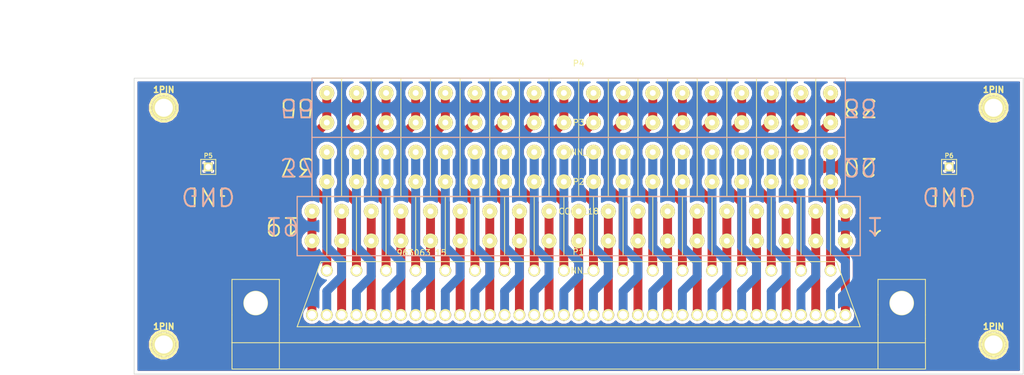
<source format=kicad_pcb>
(kicad_pcb (version 4) (host pcbnew 4.0.2-stable)

  (general
    (links 111)
    (no_connects 2)
    (area 144.949999 119.949999 295.050001 170.050001)
    (thickness 1.6)
    (drawings 32)
    (tracks 239)
    (zones 0)
    (modules 10)
    (nets 57)
  )

  (page A3)
  (layers
    (0 F.Cu signal)
    (31 B.Cu signal)
    (32 B.Adhes user)
    (33 F.Adhes user)
    (34 B.Paste user)
    (35 F.Paste user)
    (36 B.SilkS user)
    (37 F.SilkS user)
    (38 B.Mask user)
    (39 F.Mask user)
    (40 Dwgs.User user)
    (41 Cmts.User user)
    (42 Eco1.User user)
    (43 Eco2.User user)
    (44 Edge.Cuts user)
  )

  (setup
    (last_trace_width 0.3)
    (user_trace_width 0.3)
    (user_trace_width 0.5)
    (user_trace_width 0.6)
    (user_trace_width 0.7)
    (user_trace_width 0.8)
    (user_trace_width 0.9)
    (user_trace_width 1)
    (user_trace_width 1.5)
    (user_trace_width 2)
    (trace_clearance 0.3)
    (zone_clearance 0.5)
    (zone_45_only no)
    (trace_min 0.254)
    (segment_width 0.2)
    (edge_width 0.1)
    (via_size 0.889)
    (via_drill 0.635)
    (via_min_size 0.889)
    (via_min_drill 0.508)
    (uvia_size 0.508)
    (uvia_drill 0.127)
    (uvias_allowed no)
    (uvia_min_size 0.508)
    (uvia_min_drill 0.127)
    (pcb_text_width 0.3)
    (pcb_text_size 1.5 1.5)
    (mod_edge_width 0.15)
    (mod_text_size 1 1)
    (mod_text_width 0.15)
    (pad_size 4 4)
    (pad_drill 4)
    (pad_to_mask_clearance 0)
    (aux_axis_origin 0 0)
    (visible_elements 7FFFFFFF)
    (pcbplotparams
      (layerselection 0x00030_80000001)
      (usegerberextensions true)
      (excludeedgelayer true)
      (linewidth 0.150000)
      (plotframeref false)
      (viasonmask false)
      (mode 1)
      (useauxorigin false)
      (hpglpennumber 1)
      (hpglpenspeed 20)
      (hpglpendiameter 15)
      (hpglpenoverlay 2)
      (psnegative false)
      (psa4output false)
      (plotreference true)
      (plotvalue true)
      (plotinvisibletext false)
      (padsonsilk false)
      (subtractmaskfromsilk false)
      (outputformat 1)
      (mirror false)
      (drillshape 1)
      (scaleselection 1)
      (outputdirectory ""))
  )

  (net 0 "")
  (net 1 GND)
  (net 2 N-000001)
  (net 3 N-0000010)
  (net 4 N-0000011)
  (net 5 N-0000012)
  (net 6 N-0000013)
  (net 7 N-0000014)
  (net 8 N-0000015)
  (net 9 N-0000016)
  (net 10 N-0000017)
  (net 11 N-0000018)
  (net 12 N-0000019)
  (net 13 N-000002)
  (net 14 N-0000020)
  (net 15 N-0000021)
  (net 16 N-0000022)
  (net 17 N-0000023)
  (net 18 N-0000024)
  (net 19 N-0000025)
  (net 20 N-0000026)
  (net 21 N-0000027)
  (net 22 N-0000028)
  (net 23 N-0000029)
  (net 24 N-000003)
  (net 25 N-0000030)
  (net 26 N-0000031)
  (net 27 N-0000032)
  (net 28 N-0000033)
  (net 29 N-0000034)
  (net 30 N-0000035)
  (net 31 N-0000036)
  (net 32 N-0000037)
  (net 33 N-0000038)
  (net 34 N-0000039)
  (net 35 N-000004)
  (net 36 N-0000040)
  (net 37 N-0000041)
  (net 38 N-0000042)
  (net 39 N-0000043)
  (net 40 N-0000044)
  (net 41 N-0000046)
  (net 42 N-0000047)
  (net 43 N-0000048)
  (net 44 N-0000049)
  (net 45 N-000005)
  (net 46 N-0000050)
  (net 47 N-0000051)
  (net 48 N-0000052)
  (net 49 N-0000053)
  (net 50 N-0000054)
  (net 51 N-0000055)
  (net 52 N-0000056)
  (net 53 N-000006)
  (net 54 N-000007)
  (net 55 N-000008)
  (net 56 N-000009)

  (net_class Default "Это класс цепей по умолчанию."
    (clearance 0.3)
    (trace_width 0.3)
    (via_dia 0.889)
    (via_drill 0.635)
    (uvia_dia 0.508)
    (uvia_drill 0.127)
    (add_net GND)
    (add_net N-000001)
    (add_net N-0000010)
    (add_net N-0000011)
    (add_net N-0000012)
    (add_net N-0000013)
    (add_net N-0000014)
    (add_net N-0000015)
    (add_net N-0000016)
    (add_net N-0000017)
    (add_net N-0000018)
    (add_net N-0000019)
    (add_net N-000002)
    (add_net N-0000020)
    (add_net N-0000021)
    (add_net N-0000022)
    (add_net N-0000023)
    (add_net N-0000024)
    (add_net N-0000025)
    (add_net N-0000026)
    (add_net N-0000027)
    (add_net N-0000028)
    (add_net N-0000029)
    (add_net N-000003)
    (add_net N-0000030)
    (add_net N-0000031)
    (add_net N-0000032)
    (add_net N-0000033)
    (add_net N-0000034)
    (add_net N-0000035)
    (add_net N-0000036)
    (add_net N-0000037)
    (add_net N-0000038)
    (add_net N-0000039)
    (add_net N-000004)
    (add_net N-0000040)
    (add_net N-0000041)
    (add_net N-0000042)
    (add_net N-0000043)
    (add_net N-0000044)
    (add_net N-0000046)
    (add_net N-0000047)
    (add_net N-0000048)
    (add_net N-0000049)
    (add_net N-000005)
    (add_net N-0000050)
    (add_net N-0000051)
    (add_net N-0000052)
    (add_net N-0000053)
    (add_net N-0000054)
    (add_net N-0000055)
    (add_net N-0000056)
    (add_net N-000006)
    (add_net N-000007)
    (add_net N-000008)
    (add_net N-000009)
  )

  (module CON19X5 (layer F.Cu) (tedit 5421128E) (tstamp 54212E41)
    (at 220 145 180)
    (path /542111C2)
    (fp_text reference P2 (at 0 7.5 180) (layer F.SilkS)
      (effects (font (size 1 1) (thickness 0.15)))
    )
    (fp_text value CONN_19 (at 0 -7.5 180) (layer F.SilkS)
      (effects (font (size 1 1) (thickness 0.15)))
    )
    (fp_line (start -22.5 -5) (end -22.5 5) (layer F.SilkS) (width 0.15))
    (fp_line (start -22.5 5) (end -17.5 5) (layer F.SilkS) (width 0.15))
    (fp_line (start -17.5 5) (end -17.5 -5) (layer F.SilkS) (width 0.15))
    (fp_line (start -17.5 -5) (end -12.5 -5) (layer F.SilkS) (width 0.15))
    (fp_line (start -12.5 -5) (end -12.5 5) (layer F.SilkS) (width 0.15))
    (fp_line (start -12.5 5) (end -7.5 5) (layer F.SilkS) (width 0.15))
    (fp_line (start -7.5 5) (end -7.5 -5) (layer F.SilkS) (width 0.15))
    (fp_line (start -7.5 -5) (end -2.5 -5) (layer F.SilkS) (width 0.15))
    (fp_line (start -2.5 -5) (end -2.5 5) (layer F.SilkS) (width 0.15))
    (fp_line (start -2.5 5) (end 2.5 5) (layer F.SilkS) (width 0.15))
    (fp_line (start 2.5 5) (end 2.5 -5) (layer F.SilkS) (width 0.15))
    (fp_line (start 2.5 -5) (end 7.5 -5) (layer F.SilkS) (width 0.15))
    (fp_line (start 7.5 -5) (end 7.5 5) (layer F.SilkS) (width 0.15))
    (fp_line (start 7.5 5) (end 12.5 5) (layer F.SilkS) (width 0.15))
    (fp_line (start 12.5 5) (end 12.5 -5) (layer F.SilkS) (width 0.15))
    (fp_line (start 12.5 -5) (end 17.5 -5) (layer F.SilkS) (width 0.15))
    (fp_line (start 17.5 -5) (end 17.5 5) (layer F.SilkS) (width 0.15))
    (fp_line (start 17.5 5) (end 22.5 5) (layer F.SilkS) (width 0.15))
    (fp_line (start 22.5 5) (end 22.5 -5) (layer F.SilkS) (width 0.15))
    (fp_line (start 22.5 -5) (end 27.5 -5) (layer F.SilkS) (width 0.15))
    (fp_line (start 27.5 -5) (end 27.5 5) (layer F.SilkS) (width 0.15))
    (fp_line (start 27.5 5) (end 32.5 5) (layer F.SilkS) (width 0.15))
    (fp_line (start 32.5 5) (end 32.5 -5) (layer F.SilkS) (width 0.15))
    (fp_line (start 32.5 -5) (end 37.5 -5) (layer F.SilkS) (width 0.15))
    (fp_line (start 37.5 -5) (end 37.5 5) (layer F.SilkS) (width 0.15))
    (fp_line (start 37.5 5) (end 42.5 5) (layer F.SilkS) (width 0.15))
    (fp_line (start 42.5 5) (end 42.5 -5) (layer F.SilkS) (width 0.15))
    (fp_line (start -27.5 5) (end -27.5 -5) (layer F.SilkS) (width 0.15))
    (fp_line (start -32.5 -5) (end -32.5 5) (layer F.SilkS) (width 0.15))
    (fp_line (start -37.5 5) (end -37.5 -5) (layer F.SilkS) (width 0.15))
    (fp_line (start -42.5 -5) (end -42.5 5) (layer F.SilkS) (width 0.15))
    (fp_line (start -47.5 -5) (end -47.5 5) (layer F.SilkS) (width 0.15))
    (fp_line (start -47.5 5) (end 47.5 5) (layer F.SilkS) (width 0.15))
    (fp_line (start 47.5 5) (end 47.5 -5) (layer F.SilkS) (width 0.15))
    (fp_line (start 47.5 -5) (end -47.5 -5) (layer F.SilkS) (width 0.15))
    (pad 1 thru_hole circle (at -45 2.5 180) (size 2.5 2.5) (drill 1) (layers *.Cu *.Mask F.SilkS)
      (net 13 N-000002))
    (pad 2 thru_hole circle (at -40 2.5 180) (size 2.5 2.5) (drill 1) (layers *.Cu *.Mask F.SilkS)
      (net 24 N-000003))
    (pad 3 thru_hole circle (at -35 2.5 180) (size 2.5 2.5) (drill 1) (layers *.Cu *.Mask F.SilkS)
      (net 35 N-000004))
    (pad 4 thru_hole circle (at -30 2.5 180) (size 2.5 2.5) (drill 1) (layers *.Cu *.Mask F.SilkS)
      (net 45 N-000005))
    (pad 5 thru_hole circle (at -25 2.5 180) (size 2.5 2.5) (drill 1) (layers *.Cu *.Mask F.SilkS)
      (net 53 N-000006))
    (pad 6 thru_hole circle (at -20 2.5 180) (size 2.5 2.5) (drill 1) (layers *.Cu *.Mask F.SilkS)
      (net 54 N-000007))
    (pad 7 thru_hole circle (at -15 2.5 180) (size 2.5 2.5) (drill 1) (layers *.Cu *.Mask F.SilkS)
      (net 55 N-000008))
    (pad 8 thru_hole circle (at -10 2.5 180) (size 2.5 2.5) (drill 1) (layers *.Cu *.Mask F.SilkS)
      (net 56 N-000009))
    (pad 9 thru_hole circle (at -5 2.5 180) (size 2.5 2.5) (drill 1) (layers *.Cu *.Mask F.SilkS)
      (net 3 N-0000010))
    (pad 10 thru_hole circle (at 0 2.5 180) (size 2.5 2.5) (drill 1) (layers *.Cu *.Mask F.SilkS)
      (net 4 N-0000011))
    (pad 11 thru_hole circle (at 5 2.5 180) (size 2.5 2.5) (drill 1) (layers *.Cu *.Mask F.SilkS)
      (net 2 N-000001))
    (pad 12 thru_hole circle (at 10 2.5 180) (size 2.5 2.5) (drill 1) (layers *.Cu *.Mask F.SilkS)
      (net 6 N-0000013))
    (pad 13 thru_hole circle (at 15 2.5 180) (size 2.5 2.5) (drill 1) (layers *.Cu *.Mask F.SilkS)
      (net 7 N-0000014))
    (pad 14 thru_hole circle (at 20 2.5 180) (size 2.5 2.5) (drill 1) (layers *.Cu *.Mask F.SilkS)
      (net 8 N-0000015))
    (pad 15 thru_hole circle (at 25 2.5 180) (size 2.5 2.5) (drill 1) (layers *.Cu *.Mask F.SilkS)
      (net 9 N-0000016))
    (pad 16 thru_hole circle (at 30 2.5 180) (size 2.5 2.5) (drill 1) (layers *.Cu *.Mask F.SilkS)
      (net 10 N-0000017))
    (pad 17 thru_hole circle (at 35 2.5 180) (size 2.5 2.5) (drill 1) (layers *.Cu *.Mask F.SilkS)
      (net 11 N-0000018))
    (pad 18 thru_hole circle (at 40 2.5 180) (size 2.5 2.5) (drill 1) (layers *.Cu *.Mask F.SilkS)
      (net 12 N-0000019))
    (pad 19 thru_hole circle (at 45 2.5 180) (size 2.5 2.5) (drill 1) (layers *.Cu *.Mask F.SilkS)
      (net 14 N-0000020))
    (pad 1 thru_hole circle (at -45 -2.5 180) (size 2.5 2.5) (drill 1) (layers *.Cu *.Mask F.SilkS)
      (net 13 N-000002))
    (pad 2 thru_hole circle (at -40 -2.5 180) (size 2.5 2.5) (drill 1) (layers *.Cu *.Mask F.SilkS)
      (net 24 N-000003))
    (pad 3 thru_hole circle (at -35 -2.5 180) (size 2.5 2.5) (drill 1) (layers *.Cu *.Mask F.SilkS)
      (net 35 N-000004))
    (pad 4 thru_hole circle (at -30 -2.5 180) (size 2.5 2.5) (drill 1) (layers *.Cu *.Mask F.SilkS)
      (net 45 N-000005))
    (pad 5 thru_hole circle (at -25 -2.5 180) (size 2.5 2.5) (drill 1) (layers *.Cu *.Mask F.SilkS)
      (net 53 N-000006))
    (pad 6 thru_hole circle (at -20 -2.5 180) (size 2.5 2.5) (drill 1) (layers *.Cu *.Mask F.SilkS)
      (net 54 N-000007))
    (pad 7 thru_hole circle (at -15 -2.5 180) (size 2.5 2.5) (drill 1) (layers *.Cu *.Mask F.SilkS)
      (net 55 N-000008))
    (pad 8 thru_hole circle (at -10 -2.5 180) (size 2.5 2.5) (drill 1) (layers *.Cu *.Mask F.SilkS)
      (net 56 N-000009))
    (pad 9 thru_hole circle (at -5 -2.5 180) (size 2.5 2.5) (drill 1) (layers *.Cu *.Mask F.SilkS)
      (net 3 N-0000010))
    (pad 10 thru_hole circle (at 0 -2.5 180) (size 2.5 2.5) (drill 1) (layers *.Cu *.Mask F.SilkS)
      (net 4 N-0000011))
    (pad 11 thru_hole circle (at 5 -2.5 180) (size 2.5 2.5) (drill 1) (layers *.Cu *.Mask F.SilkS)
      (net 2 N-000001))
    (pad 12 thru_hole circle (at 10 -2.5 180) (size 2.5 2.5) (drill 1) (layers *.Cu *.Mask F.SilkS)
      (net 6 N-0000013))
    (pad 13 thru_hole circle (at 15 -2.5 180) (size 2.5 2.5) (drill 1) (layers *.Cu *.Mask F.SilkS)
      (net 7 N-0000014))
    (pad 14 thru_hole circle (at 20 -2.5 180) (size 2.5 2.5) (drill 1) (layers *.Cu *.Mask F.SilkS)
      (net 8 N-0000015))
    (pad 15 thru_hole circle (at 25 -2.5 180) (size 2.5 2.5) (drill 1) (layers *.Cu *.Mask F.SilkS)
      (net 9 N-0000016))
    (pad 16 thru_hole circle (at 30 -2.5 180) (size 2.5 2.5) (drill 1) (layers *.Cu *.Mask F.SilkS)
      (net 10 N-0000017))
    (pad 17 thru_hole circle (at 35 -2.5 180) (size 2.5 2.5) (drill 1) (layers *.Cu *.Mask F.SilkS)
      (net 11 N-0000018))
    (pad 18 thru_hole circle (at 40 -2.5 180) (size 2.5 2.5) (drill 1) (layers *.Cu *.Mask F.SilkS)
      (net 12 N-0000019))
    (pad 19 thru_hole circle (at 45 -2.5 180) (size 2.5 2.5) (drill 1) (layers *.Cu *.Mask F.SilkS)
      (net 14 N-0000020))
  )

  (module CON18X5 (layer F.Cu) (tedit 5421131E) (tstamp 54212E8B)
    (at 220 135 180)
    (path /54211270)
    (fp_text reference P3 (at 0 7.5 180) (layer F.SilkS)
      (effects (font (size 1 1) (thickness 0.15)))
    )
    (fp_text value CONN_18 (at 0 -7.5 180) (layer F.SilkS)
      (effects (font (size 1 1) (thickness 0.15)))
    )
    (fp_line (start -45 -5) (end 45 -5) (layer F.SilkS) (width 0.15))
    (fp_line (start -45 5) (end 45 5) (layer F.SilkS) (width 0.15))
    (fp_line (start -20 -5) (end -20 5) (layer F.SilkS) (width 0.15))
    (fp_line (start -20 5) (end -15 5) (layer F.SilkS) (width 0.15))
    (fp_line (start -15 5) (end -15 -5) (layer F.SilkS) (width 0.15))
    (fp_line (start -15 -5) (end -10 -5) (layer F.SilkS) (width 0.15))
    (fp_line (start -10 -5) (end -10 5) (layer F.SilkS) (width 0.15))
    (fp_line (start -10 5) (end -5 5) (layer F.SilkS) (width 0.15))
    (fp_line (start -5 5) (end -5 -5) (layer F.SilkS) (width 0.15))
    (fp_line (start -5 -5) (end 0 -5) (layer F.SilkS) (width 0.15))
    (fp_line (start 0 -5) (end 0 5) (layer F.SilkS) (width 0.15))
    (fp_line (start 0 5) (end 5 5) (layer F.SilkS) (width 0.15))
    (fp_line (start 5 5) (end 5 -5) (layer F.SilkS) (width 0.15))
    (fp_line (start 5 -5) (end 10 -5) (layer F.SilkS) (width 0.15))
    (fp_line (start 10 -5) (end 10 5) (layer F.SilkS) (width 0.15))
    (fp_line (start 10 5) (end 15 5) (layer F.SilkS) (width 0.15))
    (fp_line (start 15 5) (end 15 -5) (layer F.SilkS) (width 0.15))
    (fp_line (start 15 -5) (end 20 -5) (layer F.SilkS) (width 0.15))
    (fp_line (start 20 -5) (end 20 5) (layer F.SilkS) (width 0.15))
    (fp_line (start 20 5) (end 25 5) (layer F.SilkS) (width 0.15))
    (fp_line (start 25 5) (end 25 -5) (layer F.SilkS) (width 0.15))
    (fp_line (start 25 -5) (end 30 -5) (layer F.SilkS) (width 0.15))
    (fp_line (start 30 -5) (end 30 5) (layer F.SilkS) (width 0.15))
    (fp_line (start 30 5) (end 35 5) (layer F.SilkS) (width 0.15))
    (fp_line (start 35 5) (end 35 -5) (layer F.SilkS) (width 0.15))
    (fp_line (start 35 -5) (end 40 -5) (layer F.SilkS) (width 0.15))
    (fp_line (start 40 -5) (end 40 5) (layer F.SilkS) (width 0.15))
    (fp_line (start 40 5) (end 45 5) (layer F.SilkS) (width 0.15))
    (fp_line (start 45 5) (end 45 -5) (layer F.SilkS) (width 0.15))
    (fp_line (start -25 5) (end -25 -5) (layer F.SilkS) (width 0.15))
    (fp_line (start -30 -5) (end -30 5) (layer F.SilkS) (width 0.15))
    (fp_line (start -35 5) (end -35 -5) (layer F.SilkS) (width 0.15))
    (fp_line (start -40 -5) (end -40 5) (layer F.SilkS) (width 0.15))
    (fp_line (start -45 -5) (end -45 5) (layer F.SilkS) (width 0.15))
    (pad 1 thru_hole circle (at -42.5 2.5 180) (size 2.5 2.5) (drill 1) (layers *.Cu *.Mask F.SilkS)
      (net 15 N-0000021))
    (pad 2 thru_hole circle (at -37.5 2.5 180) (size 2.5 2.5) (drill 1) (layers *.Cu *.Mask F.SilkS)
      (net 16 N-0000022))
    (pad 3 thru_hole circle (at -32.5 2.5 180) (size 2.5 2.5) (drill 1) (layers *.Cu *.Mask F.SilkS)
      (net 29 N-0000034))
    (pad 4 thru_hole circle (at -27.5 2.5 180) (size 2.5 2.5) (drill 1) (layers *.Cu *.Mask F.SilkS)
      (net 42 N-0000047))
    (pad 5 thru_hole circle (at -22.5 2.5 180) (size 2.5 2.5) (drill 1) (layers *.Cu *.Mask F.SilkS)
      (net 43 N-0000048))
    (pad 6 thru_hole circle (at -17.5 2.5 180) (size 2.5 2.5) (drill 1) (layers *.Cu *.Mask F.SilkS)
      (net 44 N-0000049))
    (pad 7 thru_hole circle (at -12.5 2.5 180) (size 2.5 2.5) (drill 1) (layers *.Cu *.Mask F.SilkS)
      (net 46 N-0000050))
    (pad 8 thru_hole circle (at -7.5 2.5 180) (size 2.5 2.5) (drill 1) (layers *.Cu *.Mask F.SilkS)
      (net 47 N-0000051))
    (pad 9 thru_hole circle (at -2.5 2.5 180) (size 2.5 2.5) (drill 1) (layers *.Cu *.Mask F.SilkS)
      (net 48 N-0000052))
    (pad 10 thru_hole circle (at 2.5 2.5 180) (size 2.5 2.5) (drill 1) (layers *.Cu *.Mask F.SilkS)
      (net 49 N-0000053))
    (pad 11 thru_hole circle (at 7.5 2.5 180) (size 2.5 2.5) (drill 1) (layers *.Cu *.Mask F.SilkS)
      (net 50 N-0000054))
    (pad 12 thru_hole circle (at 12.5 2.5 180) (size 2.5 2.5) (drill 1) (layers *.Cu *.Mask F.SilkS)
      (net 51 N-0000055))
    (pad 13 thru_hole circle (at 17.5 2.5 180) (size 2.5 2.5) (drill 1) (layers *.Cu *.Mask F.SilkS)
      (net 52 N-0000056))
    (pad 14 thru_hole circle (at 22.5 2.5 180) (size 2.5 2.5) (drill 1) (layers *.Cu *.Mask F.SilkS)
      (net 41 N-0000046))
    (pad 15 thru_hole circle (at 27.5 2.5 180) (size 2.5 2.5) (drill 1) (layers *.Cu *.Mask F.SilkS)
      (net 18 N-0000024))
    (pad 16 thru_hole circle (at 32.5 2.5 180) (size 2.5 2.5) (drill 1) (layers *.Cu *.Mask F.SilkS)
      (net 19 N-0000025))
    (pad 17 thru_hole circle (at 37.5 2.5 180) (size 2.5 2.5) (drill 1) (layers *.Cu *.Mask F.SilkS)
      (net 20 N-0000026))
    (pad 18 thru_hole circle (at 42.5 2.5 180) (size 2.5 2.5) (drill 1) (layers *.Cu *.Mask F.SilkS)
      (net 21 N-0000027))
    (pad 1 thru_hole circle (at -42.5 -2.5 180) (size 2.5 2.5) (drill 1) (layers *.Cu *.Mask F.SilkS)
      (net 15 N-0000021))
    (pad 2 thru_hole circle (at -37.5 -2.5 180) (size 2.5 2.5) (drill 1) (layers *.Cu *.Mask F.SilkS)
      (net 16 N-0000022))
    (pad 3 thru_hole circle (at -32.5 -2.5 180) (size 2.5 2.5) (drill 1) (layers *.Cu *.Mask F.SilkS)
      (net 29 N-0000034))
    (pad 4 thru_hole circle (at -27.5 -2.5 180) (size 2.5 2.5) (drill 1) (layers *.Cu *.Mask F.SilkS)
      (net 42 N-0000047))
    (pad 5 thru_hole circle (at -22.5 -2.5 180) (size 2.5 2.5) (drill 1) (layers *.Cu *.Mask F.SilkS)
      (net 43 N-0000048))
    (pad 6 thru_hole circle (at -17.5 -2.5 180) (size 2.5 2.5) (drill 1) (layers *.Cu *.Mask F.SilkS)
      (net 44 N-0000049))
    (pad 7 thru_hole circle (at -12.5 -2.5 180) (size 2.5 2.5) (drill 1) (layers *.Cu *.Mask F.SilkS)
      (net 46 N-0000050))
    (pad 8 thru_hole circle (at -7.5 -2.5 180) (size 2.5 2.5) (drill 1) (layers *.Cu *.Mask F.SilkS)
      (net 47 N-0000051))
    (pad 9 thru_hole circle (at -2.5 -2.5 180) (size 2.5 2.5) (drill 1) (layers *.Cu *.Mask F.SilkS)
      (net 48 N-0000052))
    (pad 10 thru_hole circle (at 2.5 -2.5 180) (size 2.5 2.5) (drill 1) (layers *.Cu *.Mask F.SilkS)
      (net 49 N-0000053))
    (pad 11 thru_hole circle (at 7.5 -2.5 180) (size 2.5 2.5) (drill 1) (layers *.Cu *.Mask F.SilkS)
      (net 50 N-0000054))
    (pad 12 thru_hole circle (at 12.5 -2.5 180) (size 2.5 2.5) (drill 1) (layers *.Cu *.Mask F.SilkS)
      (net 51 N-0000055))
    (pad 13 thru_hole circle (at 17.5 -2.5 180) (size 2.5 2.5) (drill 1) (layers *.Cu *.Mask F.SilkS)
      (net 52 N-0000056))
    (pad 14 thru_hole circle (at 22.5 -2.5 180) (size 2.5 2.5) (drill 1) (layers *.Cu *.Mask F.SilkS)
      (net 41 N-0000046))
    (pad 15 thru_hole circle (at 27.5 -2.5 180) (size 2.5 2.5) (drill 1) (layers *.Cu *.Mask F.SilkS)
      (net 18 N-0000024))
    (pad 16 thru_hole circle (at 32.5 -2.5 180) (size 2.5 2.5) (drill 1) (layers *.Cu *.Mask F.SilkS)
      (net 19 N-0000025))
    (pad 17 thru_hole circle (at 37.5 -2.5 180) (size 2.5 2.5) (drill 1) (layers *.Cu *.Mask F.SilkS)
      (net 20 N-0000026))
    (pad 18 thru_hole circle (at 42.5 -2.5 180) (size 2.5 2.5) (drill 1) (layers *.Cu *.Mask F.SilkS)
      (net 21 N-0000027))
  )

  (module CON18X5 (layer F.Cu) (tedit 5421131E) (tstamp 54212ED5)
    (at 220 125 180)
    (path /5421127F)
    (fp_text reference P4 (at 0 7.5 180) (layer F.SilkS)
      (effects (font (size 1 1) (thickness 0.15)))
    )
    (fp_text value CONN_18 (at 0 -7.5 180) (layer F.SilkS)
      (effects (font (size 1 1) (thickness 0.15)))
    )
    (fp_line (start -45 -5) (end 45 -5) (layer F.SilkS) (width 0.15))
    (fp_line (start -45 5) (end 45 5) (layer F.SilkS) (width 0.15))
    (fp_line (start -20 -5) (end -20 5) (layer F.SilkS) (width 0.15))
    (fp_line (start -20 5) (end -15 5) (layer F.SilkS) (width 0.15))
    (fp_line (start -15 5) (end -15 -5) (layer F.SilkS) (width 0.15))
    (fp_line (start -15 -5) (end -10 -5) (layer F.SilkS) (width 0.15))
    (fp_line (start -10 -5) (end -10 5) (layer F.SilkS) (width 0.15))
    (fp_line (start -10 5) (end -5 5) (layer F.SilkS) (width 0.15))
    (fp_line (start -5 5) (end -5 -5) (layer F.SilkS) (width 0.15))
    (fp_line (start -5 -5) (end 0 -5) (layer F.SilkS) (width 0.15))
    (fp_line (start 0 -5) (end 0 5) (layer F.SilkS) (width 0.15))
    (fp_line (start 0 5) (end 5 5) (layer F.SilkS) (width 0.15))
    (fp_line (start 5 5) (end 5 -5) (layer F.SilkS) (width 0.15))
    (fp_line (start 5 -5) (end 10 -5) (layer F.SilkS) (width 0.15))
    (fp_line (start 10 -5) (end 10 5) (layer F.SilkS) (width 0.15))
    (fp_line (start 10 5) (end 15 5) (layer F.SilkS) (width 0.15))
    (fp_line (start 15 5) (end 15 -5) (layer F.SilkS) (width 0.15))
    (fp_line (start 15 -5) (end 20 -5) (layer F.SilkS) (width 0.15))
    (fp_line (start 20 -5) (end 20 5) (layer F.SilkS) (width 0.15))
    (fp_line (start 20 5) (end 25 5) (layer F.SilkS) (width 0.15))
    (fp_line (start 25 5) (end 25 -5) (layer F.SilkS) (width 0.15))
    (fp_line (start 25 -5) (end 30 -5) (layer F.SilkS) (width 0.15))
    (fp_line (start 30 -5) (end 30 5) (layer F.SilkS) (width 0.15))
    (fp_line (start 30 5) (end 35 5) (layer F.SilkS) (width 0.15))
    (fp_line (start 35 5) (end 35 -5) (layer F.SilkS) (width 0.15))
    (fp_line (start 35 -5) (end 40 -5) (layer F.SilkS) (width 0.15))
    (fp_line (start 40 -5) (end 40 5) (layer F.SilkS) (width 0.15))
    (fp_line (start 40 5) (end 45 5) (layer F.SilkS) (width 0.15))
    (fp_line (start 45 5) (end 45 -5) (layer F.SilkS) (width 0.15))
    (fp_line (start -25 5) (end -25 -5) (layer F.SilkS) (width 0.15))
    (fp_line (start -30 -5) (end -30 5) (layer F.SilkS) (width 0.15))
    (fp_line (start -35 5) (end -35 -5) (layer F.SilkS) (width 0.15))
    (fp_line (start -40 -5) (end -40 5) (layer F.SilkS) (width 0.15))
    (fp_line (start -45 -5) (end -45 5) (layer F.SilkS) (width 0.15))
    (pad 1 thru_hole circle (at -42.5 2.5 180) (size 2.5 2.5) (drill 1) (layers *.Cu *.Mask F.SilkS)
      (net 22 N-0000028))
    (pad 2 thru_hole circle (at -37.5 2.5 180) (size 2.5 2.5) (drill 1) (layers *.Cu *.Mask F.SilkS)
      (net 23 N-0000029))
    (pad 3 thru_hole circle (at -32.5 2.5 180) (size 2.5 2.5) (drill 1) (layers *.Cu *.Mask F.SilkS)
      (net 25 N-0000030))
    (pad 4 thru_hole circle (at -27.5 2.5 180) (size 2.5 2.5) (drill 1) (layers *.Cu *.Mask F.SilkS)
      (net 26 N-0000031))
    (pad 5 thru_hole circle (at -22.5 2.5 180) (size 2.5 2.5) (drill 1) (layers *.Cu *.Mask F.SilkS)
      (net 27 N-0000032))
    (pad 6 thru_hole circle (at -17.5 2.5 180) (size 2.5 2.5) (drill 1) (layers *.Cu *.Mask F.SilkS)
      (net 28 N-0000033))
    (pad 7 thru_hole circle (at -12.5 2.5 180) (size 2.5 2.5) (drill 1) (layers *.Cu *.Mask F.SilkS)
      (net 17 N-0000023))
    (pad 8 thru_hole circle (at -7.5 2.5 180) (size 2.5 2.5) (drill 1) (layers *.Cu *.Mask F.SilkS)
      (net 30 N-0000035))
    (pad 9 thru_hole circle (at -2.5 2.5 180) (size 2.5 2.5) (drill 1) (layers *.Cu *.Mask F.SilkS)
      (net 31 N-0000036))
    (pad 10 thru_hole circle (at 2.5 2.5 180) (size 2.5 2.5) (drill 1) (layers *.Cu *.Mask F.SilkS)
      (net 32 N-0000037))
    (pad 11 thru_hole circle (at 7.5 2.5 180) (size 2.5 2.5) (drill 1) (layers *.Cu *.Mask F.SilkS)
      (net 33 N-0000038))
    (pad 12 thru_hole circle (at 12.5 2.5 180) (size 2.5 2.5) (drill 1) (layers *.Cu *.Mask F.SilkS)
      (net 34 N-0000039))
    (pad 13 thru_hole circle (at 17.5 2.5 180) (size 2.5 2.5) (drill 1) (layers *.Cu *.Mask F.SilkS)
      (net 36 N-0000040))
    (pad 14 thru_hole circle (at 22.5 2.5 180) (size 2.5 2.5) (drill 1) (layers *.Cu *.Mask F.SilkS)
      (net 37 N-0000041))
    (pad 15 thru_hole circle (at 27.5 2.5 180) (size 2.5 2.5) (drill 1) (layers *.Cu *.Mask F.SilkS)
      (net 38 N-0000042))
    (pad 16 thru_hole circle (at 32.5 2.5 180) (size 2.5 2.5) (drill 1) (layers *.Cu *.Mask F.SilkS)
      (net 39 N-0000043))
    (pad 17 thru_hole circle (at 37.5 2.5 180) (size 2.5 2.5) (drill 1) (layers *.Cu *.Mask F.SilkS)
      (net 40 N-0000044))
    (pad 18 thru_hole circle (at 42.5 2.5 180) (size 2.5 2.5) (drill 1) (layers *.Cu *.Mask F.SilkS)
      (net 5 N-0000012))
    (pad 1 thru_hole circle (at -42.5 -2.5 180) (size 2.5 2.5) (drill 1) (layers *.Cu *.Mask F.SilkS)
      (net 22 N-0000028))
    (pad 2 thru_hole circle (at -37.5 -2.5 180) (size 2.5 2.5) (drill 1) (layers *.Cu *.Mask F.SilkS)
      (net 23 N-0000029))
    (pad 3 thru_hole circle (at -32.5 -2.5 180) (size 2.5 2.5) (drill 1) (layers *.Cu *.Mask F.SilkS)
      (net 25 N-0000030))
    (pad 4 thru_hole circle (at -27.5 -2.5 180) (size 2.5 2.5) (drill 1) (layers *.Cu *.Mask F.SilkS)
      (net 26 N-0000031))
    (pad 5 thru_hole circle (at -22.5 -2.5 180) (size 2.5 2.5) (drill 1) (layers *.Cu *.Mask F.SilkS)
      (net 27 N-0000032))
    (pad 6 thru_hole circle (at -17.5 -2.5 180) (size 2.5 2.5) (drill 1) (layers *.Cu *.Mask F.SilkS)
      (net 28 N-0000033))
    (pad 7 thru_hole circle (at -12.5 -2.5 180) (size 2.5 2.5) (drill 1) (layers *.Cu *.Mask F.SilkS)
      (net 17 N-0000023))
    (pad 8 thru_hole circle (at -7.5 -2.5 180) (size 2.5 2.5) (drill 1) (layers *.Cu *.Mask F.SilkS)
      (net 30 N-0000035))
    (pad 9 thru_hole circle (at -2.5 -2.5 180) (size 2.5 2.5) (drill 1) (layers *.Cu *.Mask F.SilkS)
      (net 31 N-0000036))
    (pad 10 thru_hole circle (at 2.5 -2.5 180) (size 2.5 2.5) (drill 1) (layers *.Cu *.Mask F.SilkS)
      (net 32 N-0000037))
    (pad 11 thru_hole circle (at 7.5 -2.5 180) (size 2.5 2.5) (drill 1) (layers *.Cu *.Mask F.SilkS)
      (net 33 N-0000038))
    (pad 12 thru_hole circle (at 12.5 -2.5 180) (size 2.5 2.5) (drill 1) (layers *.Cu *.Mask F.SilkS)
      (net 34 N-0000039))
    (pad 13 thru_hole circle (at 17.5 -2.5 180) (size 2.5 2.5) (drill 1) (layers *.Cu *.Mask F.SilkS)
      (net 36 N-0000040))
    (pad 14 thru_hole circle (at 22.5 -2.5 180) (size 2.5 2.5) (drill 1) (layers *.Cu *.Mask F.SilkS)
      (net 37 N-0000041))
    (pad 15 thru_hole circle (at 27.5 -2.5 180) (size 2.5 2.5) (drill 1) (layers *.Cu *.Mask F.SilkS)
      (net 38 N-0000042))
    (pad 16 thru_hole circle (at 32.5 -2.5 180) (size 2.5 2.5) (drill 1) (layers *.Cu *.Mask F.SilkS)
      (net 39 N-0000043))
    (pad 17 thru_hole circle (at 37.5 -2.5 180) (size 2.5 2.5) (drill 1) (layers *.Cu *.Mask F.SilkS)
      (net 40 N-0000044))
    (pad 18 thru_hole circle (at 42.5 -2.5 180) (size 2.5 2.5) (drill 1) (layers *.Cu *.Mask F.SilkS)
      (net 5 N-0000012))
  )

  (module 1pin (layer F.Cu) (tedit 200000) (tstamp 5421474E)
    (at 290 125)
    (descr "module 1 pin (ou trou mecanique de percage)")
    (tags DEV)
    (path 1pin)
    (fp_text reference 1PIN (at 0 -3.048) (layer F.SilkS)
      (effects (font (size 1.016 1.016) (thickness 0.254)))
    )
    (fp_text value P*** (at 0 2.794) (layer F.SilkS) hide
      (effects (font (size 1.016 1.016) (thickness 0.254)))
    )
    (fp_circle (center 0 0) (end 0 -2.286) (layer F.SilkS) (width 0.381))
    (pad 1 thru_hole circle (at 0 0) (size 4.064 4.064) (drill 3.048) (layers *.Cu *.Mask F.SilkS))
  )

  (module 1pin (layer F.Cu) (tedit 200000) (tstamp 54214759)
    (at 290 165)
    (descr "module 1 pin (ou trou mecanique de percage)")
    (tags DEV)
    (path 1pin)
    (fp_text reference 1PIN (at 0 -3.048) (layer F.SilkS)
      (effects (font (size 1.016 1.016) (thickness 0.254)))
    )
    (fp_text value P*** (at 0 2.794) (layer F.SilkS) hide
      (effects (font (size 1.016 1.016) (thickness 0.254)))
    )
    (fp_circle (center 0 0) (end 0 -2.286) (layer F.SilkS) (width 0.381))
    (pad 1 thru_hole circle (at 0 0) (size 4.064 4.064) (drill 3.048) (layers *.Cu *.Mask F.SilkS))
  )

  (module 1pin (layer F.Cu) (tedit 200000) (tstamp 54214764)
    (at 150 165)
    (descr "module 1 pin (ou trou mecanique de percage)")
    (tags DEV)
    (path 1pin)
    (fp_text reference 1PIN (at 0 -3.048) (layer F.SilkS)
      (effects (font (size 1.016 1.016) (thickness 0.254)))
    )
    (fp_text value P*** (at 0 2.794) (layer F.SilkS) hide
      (effects (font (size 1.016 1.016) (thickness 0.254)))
    )
    (fp_circle (center 0 0) (end 0 -2.286) (layer F.SilkS) (width 0.381))
    (pad 1 thru_hole circle (at 0 0) (size 4.064 4.064) (drill 3.048) (layers *.Cu *.Mask F.SilkS))
  )

  (module 1pin (layer F.Cu) (tedit 200000) (tstamp 5421476F)
    (at 150 125)
    (descr "module 1 pin (ou trou mecanique de percage)")
    (tags DEV)
    (path 1pin)
    (fp_text reference 1PIN (at 0 -3.048) (layer F.SilkS)
      (effects (font (size 1.016 1.016) (thickness 0.254)))
    )
    (fp_text value P*** (at 0 2.794) (layer F.SilkS) hide
      (effects (font (size 1.016 1.016) (thickness 0.254)))
    )
    (fp_circle (center 0 0) (end 0 -2.286) (layer F.SilkS) (width 0.381))
    (pad 1 thru_hole circle (at 0 0) (size 4.064 4.064) (drill 3.048) (layers *.Cu *.Mask F.SilkS))
  )

  (module PIN_ARRAY_1 (layer F.Cu) (tedit 542125D8) (tstamp 5421477F)
    (at 157.5 135)
    (descr "1 pin")
    (tags "CONN DEV")
    (path /5421258F)
    (fp_text reference P5 (at 0 -1.905) (layer F.SilkS)
      (effects (font (size 0.762 0.762) (thickness 0.1524)))
    )
    (fp_text value CONN_1 (at 0 -1.905) (layer F.SilkS) hide
      (effects (font (size 0.762 0.762) (thickness 0.1524)))
    )
    (fp_line (start 1.27 1.27) (end -1.27 1.27) (layer F.SilkS) (width 0.1524))
    (fp_line (start -1.27 -1.27) (end 1.27 -1.27) (layer F.SilkS) (width 0.1524))
    (fp_line (start -1.27 1.27) (end -1.27 -1.27) (layer F.SilkS) (width 0.1524))
    (fp_line (start 1.27 -1.27) (end 1.27 1.27) (layer F.SilkS) (width 0.1524))
    (pad 1 thru_hole rect (at 0 0) (size 1.524 1.524) (drill 1.016) (layers *.Cu *.Mask F.SilkS)
      (net 1 GND))
    (model pin_array\pin_1.wrl
      (at (xyz 0 0 0))
      (scale (xyz 1 1 1))
      (rotate (xyz 0 0 0))
    )
  )

  (module PIN_ARRAY_1 (layer F.Cu) (tedit 4E4E744E) (tstamp 542147A0)
    (at 282.5 135)
    (descr "1 pin")
    (tags "CONN DEV")
    (path /54212643)
    (fp_text reference P6 (at 0 -1.905) (layer F.SilkS)
      (effects (font (size 0.762 0.762) (thickness 0.1524)))
    )
    (fp_text value CONN_1 (at 0 -1.905) (layer F.SilkS) hide
      (effects (font (size 0.762 0.762) (thickness 0.1524)))
    )
    (fp_line (start 1.27 1.27) (end -1.27 1.27) (layer F.SilkS) (width 0.1524))
    (fp_line (start -1.27 -1.27) (end 1.27 -1.27) (layer F.SilkS) (width 0.1524))
    (fp_line (start -1.27 1.27) (end -1.27 -1.27) (layer F.SilkS) (width 0.1524))
    (fp_line (start 1.27 -1.27) (end 1.27 1.27) (layer F.SilkS) (width 0.1524))
    (pad 1 thru_hole rect (at 0 0) (size 1.524 1.524) (drill 1.016) (layers *.Cu *.Mask F.SilkS)
      (net 1 GND))
    (model pin_array\pin_1.wrl
      (at (xyz 0 0 0))
      (scale (xyz 1 1 1))
      (rotate (xyz 0 0 0))
    )
  )

  (module "connecteur bosch 55 pins:connecteur bosch 55 pins 963063-15" (layer F.Cu) (tedit 5782098B) (tstamp 54212F31)
    (at 220 160)
    (path /542111B3)
    (fp_text reference P1 (at -0.0508 -10.6426) (layer F.SilkS)
      (effects (font (size 1 1) (thickness 0.15)))
    )
    (fp_text value 963063_15 (at -26.5 -10.5) (layer F.SilkS)
      (effects (font (size 1 1) (thickness 0.15)))
    )
    (fp_line (start -58.5 0) (end -58.49 9.14) (layer F.SilkS) (width 0.15))
    (fp_line (start -50.5 -0.01) (end -50.5 9.13) (layer F.SilkS) (width 0.15))
    (fp_line (start 58.5 3.96) (end 58.52 9.15) (layer F.SilkS) (width 0.15))
    (fp_line (start 50.5 -0.08) (end 50.5 9.11) (layer F.SilkS) (width 0.15))
    (fp_line (start -58.42 9.144) (end 58.42 9.144) (layer F.SilkS) (width 0.15))
    (fp_line (start -58.547 4.699) (end 58.42 4.699) (layer F.SilkS) (width 0.15))
    (fp_line (start 58.5 4) (end 58.5 0) (layer F.SilkS) (width 0.15))
    (fp_line (start -50.5 0) (end -50.5 -6) (layer F.SilkS) (width 0.15))
    (fp_line (start -50.5 -6) (end -58.5 -6) (layer F.SilkS) (width 0.15))
    (fp_line (start -58.5 -6) (end -58.5 0) (layer F.SilkS) (width 0.15))
    (fp_line (start 50.5 0) (end 50.5 -6) (layer F.SilkS) (width 0.15))
    (fp_line (start 50.5 -6) (end 58.5 -6) (layer F.SilkS) (width 0.15))
    (fp_line (start 58.5 -6) (end 58.5 0) (layer F.SilkS) (width 0.15))
    (fp_circle (center -54.5 -2) (end -54.5 0) (layer F.SilkS) (width 0.15))
    (fp_circle (center 54.5 -2) (end 54.5 0) (layer F.SilkS) (width 0.15))
    (fp_line (start 43.5 -9) (end 47.5 2) (layer F.SilkS) (width 0.15))
    (fp_line (start 47.5 2) (end -47.5 2) (layer F.SilkS) (width 0.15))
    (fp_line (start -47.5 2) (end -43.5 -9) (layer F.SilkS) (width 0.15))
    (fp_line (start -43.5 -9) (end 43.5 -9) (layer F.SilkS) (width 0.15))
    (pad 1 thru_hole circle (at 45 0) (size 2 2) (drill 1.4) (layers *.Cu *.Mask F.SilkS)
      (net 13 N-000002))
    (pad 2 thru_hole circle (at 40 0) (size 2 2) (drill 1.4) (layers *.Cu *.Mask F.SilkS)
      (net 24 N-000003))
    (pad 3 thru_hole circle (at 35 0) (size 2 2) (drill 1.4) (layers *.Cu *.Mask F.SilkS)
      (net 35 N-000004))
    (pad 4 thru_hole circle (at 30 0) (size 2 2) (drill 1.4) (layers *.Cu *.Mask F.SilkS)
      (net 45 N-000005))
    (pad 5 thru_hole circle (at 25 0) (size 2 2) (drill 1.4) (layers *.Cu *.Mask F.SilkS)
      (net 53 N-000006))
    (pad 6 thru_hole circle (at 20 0) (size 2 2) (drill 1.4) (layers *.Cu *.Mask F.SilkS)
      (net 54 N-000007))
    (pad 7 thru_hole circle (at 15 0) (size 2 2) (drill 1.4) (layers *.Cu *.Mask F.SilkS)
      (net 55 N-000008))
    (pad 8 thru_hole circle (at 10 0) (size 2 2) (drill 1.4) (layers *.Cu *.Mask F.SilkS)
      (net 56 N-000009))
    (pad 9 thru_hole circle (at 5 0) (size 2 2) (drill 1.4) (layers *.Cu *.Mask F.SilkS)
      (net 3 N-0000010))
    (pad 10 thru_hole circle (at 0 0) (size 2 2) (drill 1.4) (layers *.Cu *.Mask F.SilkS)
      (net 4 N-0000011))
    (pad 11 thru_hole circle (at -5 0) (size 2 2) (drill 1.4) (layers *.Cu *.Mask F.SilkS)
      (net 2 N-000001))
    (pad 12 thru_hole circle (at -10 0) (size 2 2) (drill 1.4) (layers *.Cu *.Mask F.SilkS)
      (net 6 N-0000013))
    (pad 13 thru_hole circle (at -15 0) (size 2 2) (drill 1.4) (layers *.Cu *.Mask F.SilkS)
      (net 7 N-0000014))
    (pad 14 thru_hole circle (at -20 0) (size 2 2) (drill 1.4) (layers *.Cu *.Mask F.SilkS)
      (net 8 N-0000015))
    (pad 15 thru_hole circle (at -25 0) (size 2 2) (drill 1.4) (layers *.Cu *.Mask F.SilkS)
      (net 9 N-0000016))
    (pad 16 thru_hole circle (at -30 0) (size 2 2) (drill 1.4) (layers *.Cu *.Mask F.SilkS)
      (net 10 N-0000017))
    (pad 17 thru_hole circle (at -35 0) (size 2 2) (drill 1.4) (layers *.Cu *.Mask F.SilkS)
      (net 11 N-0000018))
    (pad 18 thru_hole circle (at -40 0) (size 2 2) (drill 1.4) (layers *.Cu *.Mask F.SilkS)
      (net 12 N-0000019))
    (pad 19 thru_hole circle (at -45 0) (size 2 2) (drill 1.4) (layers *.Cu *.Mask F.SilkS)
      (net 14 N-0000020))
    (pad 20 thru_hole circle (at 42.5 0) (size 2 2) (drill 1.4) (layers *.Cu *.Mask F.SilkS)
      (net 15 N-0000021))
    (pad 21 thru_hole circle (at 37.5 0) (size 2 2) (drill 1.4) (layers *.Cu *.Mask F.SilkS)
      (net 16 N-0000022))
    (pad 22 thru_hole circle (at 32.5 0) (size 2 2) (drill 1.4) (layers *.Cu *.Mask F.SilkS)
      (net 29 N-0000034))
    (pad 23 thru_hole circle (at 27.5 0) (size 2 2) (drill 1.4) (layers *.Cu *.Mask F.SilkS)
      (net 42 N-0000047))
    (pad 24 thru_hole circle (at 22.5 0) (size 2 2) (drill 1.4) (layers *.Cu *.Mask F.SilkS)
      (net 43 N-0000048))
    (pad 25 thru_hole circle (at 17.5 0) (size 2 2) (drill 1.4) (layers *.Cu *.Mask F.SilkS)
      (net 44 N-0000049))
    (pad 26 thru_hole circle (at 12.5 0) (size 2 2) (drill 1.4) (layers *.Cu *.Mask F.SilkS)
      (net 46 N-0000050))
    (pad 27 thru_hole circle (at 7.5 0) (size 2 2) (drill 1.4) (layers *.Cu *.Mask F.SilkS)
      (net 47 N-0000051))
    (pad 28 thru_hole circle (at 2.5 0) (size 2 2) (drill 1.4) (layers *.Cu *.Mask F.SilkS)
      (net 48 N-0000052))
    (pad 29 thru_hole circle (at -2.5 0) (size 2 2) (drill 1.4) (layers *.Cu *.Mask F.SilkS)
      (net 49 N-0000053))
    (pad 30 thru_hole circle (at -7.5 0) (size 2 2) (drill 1.4) (layers *.Cu *.Mask F.SilkS)
      (net 50 N-0000054))
    (pad 31 thru_hole circle (at -12.5 0) (size 2 2) (drill 1.4) (layers *.Cu *.Mask F.SilkS)
      (net 51 N-0000055))
    (pad 32 thru_hole circle (at -17.5 0) (size 2 2) (drill 1.4) (layers *.Cu *.Mask F.SilkS)
      (net 52 N-0000056))
    (pad 33 thru_hole circle (at -22.5 0) (size 2 2) (drill 1.4) (layers *.Cu *.Mask F.SilkS)
      (net 41 N-0000046))
    (pad 34 thru_hole circle (at -27.5 0) (size 2 2) (drill 1.4) (layers *.Cu *.Mask F.SilkS)
      (net 18 N-0000024))
    (pad 35 thru_hole circle (at -32.5 0) (size 2 2) (drill 1.4) (layers *.Cu *.Mask F.SilkS)
      (net 19 N-0000025))
    (pad 36 thru_hole circle (at -37.5 0) (size 2 2) (drill 1.4) (layers *.Cu *.Mask F.SilkS)
      (net 20 N-0000026))
    (pad 37 thru_hole circle (at -42.5 0) (size 2 2) (drill 1.4) (layers *.Cu *.Mask F.SilkS)
      (net 21 N-0000027))
    (pad 38 thru_hole circle (at 42.5 -7.5) (size 2 2) (drill 1.4) (layers *.Cu *.Mask F.SilkS)
      (net 22 N-0000028))
    (pad 39 thru_hole circle (at 37.5 -7.5) (size 2 2) (drill 1.4) (layers *.Cu *.Mask F.SilkS)
      (net 23 N-0000029))
    (pad 40 thru_hole circle (at 32.5 -7.5) (size 2 2) (drill 1.4) (layers *.Cu *.Mask F.SilkS)
      (net 25 N-0000030))
    (pad 41 thru_hole circle (at 27.5 -7.5) (size 2 2) (drill 1.4) (layers *.Cu *.Mask F.SilkS)
      (net 26 N-0000031))
    (pad 42 thru_hole circle (at 22.5 -7.5) (size 2 2) (drill 1.4) (layers *.Cu *.Mask F.SilkS)
      (net 27 N-0000032))
    (pad 43 thru_hole circle (at 17.5 -7.5) (size 2 2) (drill 1.4) (layers *.Cu *.Mask F.SilkS)
      (net 28 N-0000033))
    (pad 44 thru_hole circle (at 12.5 -7.5) (size 2 2) (drill 1.4) (layers *.Cu *.Mask F.SilkS)
      (net 17 N-0000023))
    (pad 45 thru_hole circle (at 7.5 -7.5) (size 2 2) (drill 1.4) (layers *.Cu *.Mask F.SilkS)
      (net 30 N-0000035))
    (pad 46 thru_hole circle (at 2.5 -7.5) (size 2 2) (drill 1.4) (layers *.Cu *.Mask F.SilkS)
      (net 31 N-0000036))
    (pad 47 thru_hole circle (at -2.5 -7.5) (size 2 2) (drill 1.4) (layers *.Cu *.Mask F.SilkS)
      (net 32 N-0000037))
    (pad 48 thru_hole circle (at -7.5 -7.5) (size 2 2) (drill 1.4) (layers *.Cu *.Mask F.SilkS)
      (net 33 N-0000038))
    (pad 49 thru_hole circle (at -12.5 -7.5) (size 2 2) (drill 1.4) (layers *.Cu *.Mask F.SilkS)
      (net 34 N-0000039))
    (pad 50 thru_hole circle (at -17.5 -7.5) (size 2 2) (drill 1.4) (layers *.Cu *.Mask F.SilkS)
      (net 36 N-0000040))
    (pad 51 thru_hole circle (at -22.5 -7.5) (size 2 2) (drill 1.4) (layers *.Cu *.Mask F.SilkS)
      (net 37 N-0000041))
    (pad 52 thru_hole circle (at -27.5 -7.5) (size 2 2) (drill 1.4) (layers *.Cu *.Mask F.SilkS)
      (net 38 N-0000042))
    (pad 53 thru_hole circle (at -32.5 -7.5) (size 2 2) (drill 1.4) (layers *.Cu *.Mask F.SilkS)
      (net 39 N-0000043))
    (pad 54 thru_hole circle (at -37.5 -7.5) (size 2 2) (drill 1.4) (layers *.Cu *.Mask F.SilkS)
      (net 40 N-0000044))
    (pad 55 thru_hole circle (at -42.5 -7.5) (size 2 2) (drill 1.4) (layers *.Cu *.Mask F.SilkS)
      (net 5 N-0000012))
    (pad ~ thru_hole circle (at -54.5 -2) (size 4 4) (drill 4) (layers *.Cu *.Mask F.SilkS))
    (pad ~ thru_hole circle (at 54.5 -2) (size 4 4) (drill 4) (layers *.Cu *.Mask F.SilkS))
    (model Connect.3dshapes/bosch_55pin_c_963063_2_15_3d.wrl
      (at (xyz 0 -1.45 0.45))
      (scale (xyz 0.3937 0.3937 0.3937))
      (rotate (xyz 90 180 180))
    )
  )

  (gr_line (start 265 120) (end 265 130) (angle 90) (layer B.SilkS) (width 0.2))
  (gr_line (start 175 120) (end 265 120) (angle 90) (layer B.SilkS) (width 0.2))
  (gr_line (start 175 130) (end 175 120) (angle 90) (layer B.SilkS) (width 0.2))
  (gr_line (start 175 130) (end 175 140) (angle 90) (layer B.SilkS) (width 0.2))
  (gr_line (start 265 130) (end 175 130) (angle 90) (layer B.SilkS) (width 0.2))
  (gr_line (start 265 140) (end 265 130) (angle 90) (layer B.SilkS) (width 0.2))
  (gr_line (start 172.5 140) (end 267.5 140) (angle 90) (layer B.SilkS) (width 0.2))
  (gr_line (start 172.5 150) (end 172.5 140) (angle 90) (layer B.SilkS) (width 0.2))
  (gr_line (start 267.5 150) (end 172.5 150) (angle 90) (layer B.SilkS) (width 0.2))
  (gr_line (start 267.5 140) (end 267.5 150) (angle 90) (layer B.SilkS) (width 0.2))
  (gr_text GND (at 282.5 140 180) (layer B.SilkS)
    (effects (font (size 3 3) (thickness 0.3)) (justify mirror))
  )
  (gr_text GND (at 157.5 140 180) (layer B.SilkS)
    (effects (font (size 3 3) (thickness 0.3)) (justify mirror))
  )
  (gr_text GND (at 157.5 140 180) (layer F.SilkS)
    (effects (font (size 3 3) (thickness 0.3)))
  )
  (gr_text GND (at 282.5 140 180) (layer F.SilkS)
    (effects (font (size 3 3) (thickness 0.3)))
  )
  (gr_text 1 (at 270 145 180) (layer B.SilkS)
    (effects (font (size 3 3) (thickness 0.3)) (justify mirror))
  )
  (gr_text "20\n" (at 267.5 135 180) (layer B.SilkS)
    (effects (font (size 3 3) (thickness 0.3)) (justify mirror))
  )
  (gr_text "38\n" (at 267.5 125 180) (layer B.SilkS)
    (effects (font (size 3 3) (thickness 0.3)) (justify mirror))
  )
  (gr_text "19\n" (at 170 145 180) (layer B.SilkS)
    (effects (font (size 3 3) (thickness 0.3)) (justify mirror))
  )
  (gr_text 37 (at 172.5 135 180) (layer B.SilkS)
    (effects (font (size 3 3) (thickness 0.3)) (justify mirror))
  )
  (gr_text 55 (at 172.5 125 180) (layer B.SilkS)
    (effects (font (size 3 3) (thickness 0.3)) (justify mirror))
  )
  (gr_text "19\n" (at 170 145 180) (layer F.SilkS)
    (effects (font (size 3 3) (thickness 0.3)))
  )
  (gr_text 37 (at 172.5 135 180) (layer F.SilkS)
    (effects (font (size 3 3) (thickness 0.3)))
  )
  (gr_text 55 (at 172.5 125 180) (layer F.SilkS)
    (effects (font (size 3 3) (thickness 0.3)))
  )
  (gr_text "38\n" (at 267.5 125 180) (layer F.SilkS)
    (effects (font (size 3 3) (thickness 0.3)))
  )
  (gr_text "20\n" (at 267.5 135 180) (layer F.SilkS)
    (effects (font (size 3 3) (thickness 0.3)))
  )
  (gr_text 1 (at 270 145 180) (layer F.SilkS)
    (effects (font (size 3 3) (thickness 0.3)))
  )
  (gr_line (start 295 170) (end 295 120) (angle 90) (layer Edge.Cuts) (width 0.1))
  (gr_line (start 145 170) (end 295 170) (angle 90) (layer Edge.Cuts) (width 0.1))
  (gr_line (start 145 120) (end 145 170) (angle 90) (layer Edge.Cuts) (width 0.1))
  (dimension 50 (width 0.3) (layer Eco2.User)
    (gr_text "50,000 мм" (at 128.650001 144.999999 270) (layer Eco2.User)
      (effects (font (size 1.5 1.5) (thickness 0.3)))
    )
    (feature1 (pts (xy 145 170) (xy 127.300001 169.999999)))
    (feature2 (pts (xy 145 120) (xy 127.300001 119.999999)))
    (crossbar (pts (xy 130.000001 119.999999) (xy 130.000001 169.999999)))
    (arrow1a (pts (xy 130.000001 169.999999) (xy 129.413581 168.873496)))
    (arrow1b (pts (xy 130.000001 169.999999) (xy 130.586421 168.873496)))
    (arrow2a (pts (xy 130.000001 119.999999) (xy 129.413581 121.126502)))
    (arrow2b (pts (xy 130.000001 119.999999) (xy 130.586421 121.126502)))
  )
  (dimension 150 (width 0.3) (layer Eco2.User)
    (gr_text "150,000 мм" (at 220 108.650001) (layer Eco2.User)
      (effects (font (size 1.5 1.5) (thickness 0.3)))
    )
    (feature1 (pts (xy 295 120) (xy 295 107.300001)))
    (feature2 (pts (xy 145 120) (xy 145 107.300001)))
    (crossbar (pts (xy 145 110.000001) (xy 295 110.000001)))
    (arrow1a (pts (xy 295 110.000001) (xy 293.873497 110.586421)))
    (arrow1b (pts (xy 295 110.000001) (xy 293.873497 109.413581)))
    (arrow2a (pts (xy 145 110.000001) (xy 146.126503 110.586421)))
    (arrow2b (pts (xy 145 110.000001) (xy 146.126503 109.413581)))
  )
  (gr_line (start 145 120) (end 295 120) (angle 90) (layer Edge.Cuts) (width 0.1))

  (segment (start 215 160) (end 215 147.5) (width 1.5) (layer F.Cu) (net 2))
  (segment (start 215 147.5) (end 215 142.5) (width 1.5) (layer F.Cu) (net 2) (tstamp 542135E2))
  (segment (start 225 160) (end 225 147.5) (width 1.5) (layer F.Cu) (net 3))
  (segment (start 225 147.5) (end 225 142.5) (width 1.5) (layer F.Cu) (net 3) (tstamp 542135E8))
  (segment (start 220 160) (end 220 147.5) (width 1.5) (layer F.Cu) (net 4))
  (segment (start 220 147.5) (end 220 142.5) (width 1.5) (layer F.Cu) (net 4) (tstamp 542135E5))
  (segment (start 177.5 152.5) (end 177.5 141) (width 1.5) (layer F.Cu) (net 5))
  (segment (start 175 130) (end 177.5 127.5) (width 1.5) (layer F.Cu) (net 5) (tstamp 542135C6))
  (segment (start 175 138.5) (end 175 130) (width 1.5) (layer F.Cu) (net 5) (tstamp 542135C5))
  (segment (start 177.5 141) (end 175 138.5) (width 1.5) (layer F.Cu) (net 5) (tstamp 542135C4))
  (segment (start 177.5 127.5) (end 177.5 122.5) (width 1.5) (layer F.Cu) (net 5) (tstamp 542135C7))
  (segment (start 210 160) (end 210 147.5) (width 1.5) (layer F.Cu) (net 6))
  (segment (start 210 147.5) (end 210 142.5) (width 1.5) (layer F.Cu) (net 6) (tstamp 542135DF))
  (segment (start 205 160) (end 205 147.5) (width 1.5) (layer F.Cu) (net 7))
  (segment (start 205 147.5) (end 205 142.5) (width 1.5) (layer F.Cu) (net 7) (tstamp 542135DC))
  (segment (start 200 160) (end 200 147.5) (width 1.5) (layer F.Cu) (net 8))
  (segment (start 200 147.5) (end 200 142.5) (width 1.5) (layer F.Cu) (net 8) (tstamp 542135D9))
  (segment (start 195 160) (end 195 147.5) (width 1.5) (layer F.Cu) (net 9))
  (segment (start 195 147.5) (end 195 142.5) (width 1.5) (layer F.Cu) (net 9) (tstamp 542135D6))
  (segment (start 190 160) (end 190 147.5) (width 1.5) (layer F.Cu) (net 10))
  (segment (start 190 147.5) (end 190 142.5) (width 1.5) (layer F.Cu) (net 10) (tstamp 542135D3))
  (segment (start 185 160) (end 185 147.5) (width 1.5) (layer F.Cu) (net 11))
  (segment (start 185 147.5) (end 185 142.5) (width 1.5) (layer F.Cu) (net 11) (tstamp 542135D0))
  (segment (start 180 160) (end 180 147.5) (width 1.5) (layer F.Cu) (net 12))
  (segment (start 180 147.5) (end 180 142.5) (width 1.5) (layer F.Cu) (net 12) (tstamp 542135CD))
  (segment (start 265 160) (end 265 147.5) (width 1.5) (layer F.Cu) (net 13))
  (segment (start 265 147.5) (end 265 142.5) (width 1.5) (layer F.Cu) (net 13) (tstamp 54213600))
  (segment (start 175 160) (end 175 147.5) (width 1.5) (layer F.Cu) (net 14))
  (segment (start 175 147.5) (end 175 142.5) (width 1.5) (layer F.Cu) (net 14) (tstamp 542135CA))
  (segment (start 262.5 137.5) (end 262.5 132.5) (width 1.5) (layer B.Cu) (net 15))
  (segment (start 262.5 160) (end 262.5 156) (width 1.5) (layer B.Cu) (net 15))
  (segment (start 262.5 148.5) (end 262.5 137.5) (width 1.5) (layer B.Cu) (net 15) (tstamp 54213606))
  (segment (start 265 151) (end 262.5 148.5) (width 1.5) (layer B.Cu) (net 15) (tstamp 54213605))
  (segment (start 265 153.5) (end 265 151) (width 1.5) (layer B.Cu) (net 15) (tstamp 54213604))
  (segment (start 262.5 156) (end 265 153.5) (width 1.5) (layer B.Cu) (net 15) (tstamp 54213603))
  (segment (start 257.5 137.5) (end 257.5 132.5) (width 1.5) (layer B.Cu) (net 16))
  (segment (start 257.5 160) (end 257.5 159) (width 1.5) (layer B.Cu) (net 16))
  (segment (start 257.5 159) (end 257.5 160) (width 1.5) (layer B.Cu) (net 16) (tstamp 5421368F))
  (segment (start 257.5 160) (end 257.5 156) (width 1.5) (layer B.Cu) (net 16))
  (segment (start 257.5 148.5) (end 257.5 132.5) (width 1.5) (layer B.Cu) (net 16) (tstamp 5421360F))
  (segment (start 260 151) (end 257.5 148.5) (width 1.5) (layer B.Cu) (net 16) (tstamp 5421360E))
  (segment (start 260 153.5) (end 260 151) (width 1.5) (layer B.Cu) (net 16) (tstamp 5421360D))
  (segment (start 257.5 156) (end 260 153.5) (width 1.5) (layer B.Cu) (net 16) (tstamp 5421360C))
  (segment (start 232.5 122.5) (end 232.5 127.5) (width 1.5) (layer F.Cu) (net 17))
  (segment (start 232.5 152.5) (end 232.5 141) (width 1.5) (layer F.Cu) (net 17))
  (segment (start 230 130) (end 232.5 127.5) (width 1.5) (layer F.Cu) (net 17) (tstamp 54213583))
  (segment (start 230 138.5) (end 230 130) (width 1.5) (layer F.Cu) (net 17) (tstamp 54213582))
  (segment (start 232.5 141) (end 230 138.5) (width 1.5) (layer F.Cu) (net 17) (tstamp 54213581))
  (segment (start 192.5 137.5) (end 192.5 132.5) (width 1.5) (layer B.Cu) (net 18))
  (segment (start 192.5 160) (end 192.5 156) (width 1.5) (layer B.Cu) (net 18))
  (segment (start 192.5 148.5) (end 192.5 132.5) (width 1.5) (layer B.Cu) (net 18) (tstamp 54213663))
  (segment (start 195 151) (end 192.5 148.5) (width 1.5) (layer B.Cu) (net 18) (tstamp 54213662))
  (segment (start 195 153.5) (end 195 151) (width 1.5) (layer B.Cu) (net 18) (tstamp 54213661))
  (segment (start 192.5 156) (end 195 153.5) (width 1.5) (layer B.Cu) (net 18) (tstamp 54213660))
  (segment (start 187.5 137.5) (end 187.5 132.5) (width 1.5) (layer B.Cu) (net 19))
  (segment (start 187.5 160) (end 187.5 156) (width 1.5) (layer B.Cu) (net 19))
  (segment (start 187.5 148.5) (end 187.5 132.5) (width 1.5) (layer B.Cu) (net 19) (tstamp 54213669))
  (segment (start 190 151) (end 187.5 148.5) (width 1.5) (layer B.Cu) (net 19) (tstamp 54213668))
  (segment (start 190 153.5) (end 190 151) (width 1.5) (layer B.Cu) (net 19) (tstamp 54213667))
  (segment (start 187.5 156) (end 190 153.5) (width 1.5) (layer B.Cu) (net 19) (tstamp 54213666))
  (segment (start 182.5 137.5) (end 182.5 132.5) (width 1.5) (layer B.Cu) (net 20))
  (segment (start 182.5 160) (end 182.5 156) (width 1.5) (layer B.Cu) (net 20))
  (segment (start 182.5 148.5) (end 182.5 132.5) (width 1.5) (layer B.Cu) (net 20) (tstamp 5421366F))
  (segment (start 185 151) (end 182.5 148.5) (width 1.5) (layer B.Cu) (net 20) (tstamp 5421366E))
  (segment (start 185 153.5) (end 185 151) (width 1.5) (layer B.Cu) (net 20) (tstamp 5421366D))
  (segment (start 182.5 156) (end 185 153.5) (width 1.5) (layer B.Cu) (net 20) (tstamp 5421366C))
  (segment (start 177.5 160) (end 177.5 156) (width 1.5) (layer B.Cu) (net 21))
  (segment (start 177.5 148.5) (end 177.5 137.5) (width 1.5) (layer B.Cu) (net 21) (tstamp 54213675))
  (segment (start 180 151) (end 177.5 148.5) (width 1.5) (layer B.Cu) (net 21) (tstamp 54213674))
  (segment (start 180 153.5) (end 180 151) (width 1.5) (layer B.Cu) (net 21) (tstamp 54213673))
  (segment (start 177.5 156) (end 180 153.5) (width 1.5) (layer B.Cu) (net 21) (tstamp 54213672))
  (segment (start 177.5 137.5) (end 177.5 132.5) (width 1.5) (layer B.Cu) (net 21) (tstamp 54213676))
  (segment (start 262.5 122.5) (end 262.5 127.5) (width 1.5) (layer F.Cu) (net 22))
  (segment (start 262.5 152.5) (end 262.5 142) (width 1.5) (layer F.Cu) (net 22))
  (segment (start 260 130) (end 262.5 127.5) (width 1.5) (layer F.Cu) (net 22) (tstamp 5421355D))
  (segment (start 260 138.5) (end 260 130) (width 1.5) (layer F.Cu) (net 22) (tstamp 5421355C))
  (segment (start 262.5 141) (end 260 138.5) (width 1.5) (layer F.Cu) (net 22) (tstamp 5421355B))
  (segment (start 262.5 142) (end 262.5 141) (width 1.5) (layer F.Cu) (net 22) (tstamp 5421355A))
  (segment (start 257.5 152.5) (end 257.5 141) (width 1.5) (layer F.Cu) (net 23))
  (segment (start 255 130) (end 257.5 127.5) (width 1.5) (layer F.Cu) (net 23) (tstamp 54213564))
  (segment (start 255 138.5) (end 255 130) (width 1.5) (layer F.Cu) (net 23) (tstamp 54213563))
  (segment (start 257.5 141) (end 255 138.5) (width 1.5) (layer F.Cu) (net 23) (tstamp 54213562))
  (segment (start 257.5 127.5) (end 257.5 122.5) (width 1.5) (layer F.Cu) (net 23) (tstamp 54213565))
  (segment (start 260 160) (end 260 147.5) (width 1.5) (layer F.Cu) (net 24))
  (segment (start 260 147.5) (end 260 142.5) (width 1.5) (layer F.Cu) (net 24) (tstamp 542135FD))
  (segment (start 252.5 152.5) (end 252.5 141) (width 1.5) (layer F.Cu) (net 25))
  (segment (start 250 130) (end 252.5 127.5) (width 1.5) (layer F.Cu) (net 25) (tstamp 5421356A))
  (segment (start 250 138.5) (end 250 130) (width 1.5) (layer F.Cu) (net 25) (tstamp 54213569))
  (segment (start 252.5 141) (end 250 138.5) (width 1.5) (layer F.Cu) (net 25) (tstamp 54213568))
  (segment (start 252.5 127.5) (end 252.5 122.5) (width 1.5) (layer F.Cu) (net 25) (tstamp 5421356B))
  (segment (start 247.5 152.5) (end 247.5 141.5) (width 1.5) (layer F.Cu) (net 26))
  (segment (start 245 130) (end 247.5 127.5) (width 1.5) (layer F.Cu) (net 26) (tstamp 54213571))
  (segment (start 245 138.5) (end 245 130) (width 1.5) (layer F.Cu) (net 26) (tstamp 54213570))
  (segment (start 247.5 141) (end 245 138.5) (width 1.5) (layer F.Cu) (net 26) (tstamp 5421356F))
  (segment (start 247.5 141.5) (end 247.5 141) (width 1.5) (layer F.Cu) (net 26) (tstamp 5421356E))
  (segment (start 247.5 127.5) (end 247.5 122.5) (width 1.5) (layer F.Cu) (net 26) (tstamp 54213572))
  (segment (start 242.5 152.5) (end 242.5 141) (width 1.5) (layer F.Cu) (net 27))
  (segment (start 240 130) (end 242.5 127.5) (width 1.5) (layer F.Cu) (net 27) (tstamp 54213577))
  (segment (start 240 138.5) (end 240 130) (width 1.5) (layer F.Cu) (net 27) (tstamp 54213576))
  (segment (start 242.5 141) (end 240 138.5) (width 1.5) (layer F.Cu) (net 27) (tstamp 54213575))
  (segment (start 242.5 127.5) (end 242.5 122.5) (width 1.5) (layer F.Cu) (net 27) (tstamp 54213578))
  (segment (start 237.5 152.5) (end 237.5 141) (width 1.5) (layer F.Cu) (net 28))
  (segment (start 235 130) (end 237.5 127.5) (width 1.5) (layer F.Cu) (net 28) (tstamp 5421357D))
  (segment (start 235 138.5) (end 235 130) (width 1.5) (layer F.Cu) (net 28) (tstamp 5421357C))
  (segment (start 237.5 141) (end 235 138.5) (width 1.5) (layer F.Cu) (net 28) (tstamp 5421357B))
  (segment (start 237.5 127.5) (end 237.5 122.5) (width 1.5) (layer F.Cu) (net 28) (tstamp 5421357E))
  (segment (start 252.5 137.5) (end 252.5 132.5) (width 1.5) (layer B.Cu) (net 29))
  (segment (start 252.5 160) (end 252.5 156) (width 1.5) (layer B.Cu) (net 29))
  (segment (start 252.5 148.5) (end 252.5 132.5) (width 1.5) (layer B.Cu) (net 29) (tstamp 54213615))
  (segment (start 255 151) (end 252.5 148.5) (width 1.5) (layer B.Cu) (net 29) (tstamp 54213614))
  (segment (start 255 153.5) (end 255 151) (width 1.5) (layer B.Cu) (net 29) (tstamp 54213613))
  (segment (start 252.5 156) (end 255 153.5) (width 1.5) (layer B.Cu) (net 29) (tstamp 54213612))
  (segment (start 227.5 152.5) (end 227.5 141) (width 1.5) (layer F.Cu) (net 30))
  (segment (start 225 130) (end 227.5 127.5) (width 1.5) (layer F.Cu) (net 30) (tstamp 5421358A))
  (segment (start 225 138.5) (end 225 130) (width 1.5) (layer F.Cu) (net 30) (tstamp 54213589))
  (segment (start 227.5 141) (end 225 138.5) (width 1.5) (layer F.Cu) (net 30) (tstamp 54213588))
  (segment (start 227.5 127.5) (end 227.5 122.5) (width 1.5) (layer F.Cu) (net 30) (tstamp 5421358B))
  (segment (start 222.5 152.5) (end 222.5 141) (width 1.5) (layer F.Cu) (net 31))
  (segment (start 220 130) (end 222.5 127.5) (width 1.5) (layer F.Cu) (net 31) (tstamp 54213590))
  (segment (start 220 138.5) (end 220 130) (width 1.5) (layer F.Cu) (net 31) (tstamp 5421358F))
  (segment (start 222.5 141) (end 220 138.5) (width 1.5) (layer F.Cu) (net 31) (tstamp 5421358E))
  (segment (start 222.5 127.5) (end 222.5 122.5) (width 1.5) (layer F.Cu) (net 31) (tstamp 54213591))
  (segment (start 217.5 152.5) (end 217.5 141) (width 1.5) (layer F.Cu) (net 32))
  (segment (start 215 130) (end 217.5 127.5) (width 1.5) (layer F.Cu) (net 32) (tstamp 54213596))
  (segment (start 215 138.5) (end 215 130) (width 1.5) (layer F.Cu) (net 32) (tstamp 54213595))
  (segment (start 217.5 141) (end 215 138.5) (width 1.5) (layer F.Cu) (net 32) (tstamp 54213594))
  (segment (start 217.5 127.5) (end 217.5 122.5) (width 1.5) (layer F.Cu) (net 32) (tstamp 54213597))
  (segment (start 212.5 152.5) (end 212.5 141) (width 1.5) (layer F.Cu) (net 33))
  (segment (start 210 130) (end 212.5 127.5) (width 1.5) (layer F.Cu) (net 33) (tstamp 5421359C))
  (segment (start 210 138.5) (end 210 130) (width 1.5) (layer F.Cu) (net 33) (tstamp 5421359B))
  (segment (start 212.5 141) (end 210 138.5) (width 1.5) (layer F.Cu) (net 33) (tstamp 5421359A))
  (segment (start 212.5 127.5) (end 212.5 122.5) (width 1.5) (layer F.Cu) (net 33) (tstamp 5421359D))
  (segment (start 207.5 152.5) (end 207.5 141) (width 1.5) (layer F.Cu) (net 34))
  (segment (start 205 130) (end 207.5 127.5) (width 1.5) (layer F.Cu) (net 34) (tstamp 542135A2))
  (segment (start 205 138.5) (end 205 130) (width 1.5) (layer F.Cu) (net 34) (tstamp 542135A1))
  (segment (start 207.5 141) (end 205 138.5) (width 1.5) (layer F.Cu) (net 34) (tstamp 542135A0))
  (segment (start 207.5 127.5) (end 207.5 122.5) (width 1.5) (layer F.Cu) (net 34) (tstamp 542135A3))
  (segment (start 255 160) (end 255 147.5) (width 1.5) (layer F.Cu) (net 35))
  (segment (start 255 147.5) (end 255 142.5) (width 1.5) (layer F.Cu) (net 35) (tstamp 542135FA))
  (segment (start 202.5 152.5) (end 202.5 141) (width 1.5) (layer F.Cu) (net 36))
  (segment (start 200 130) (end 202.5 127.5) (width 1.5) (layer F.Cu) (net 36) (tstamp 542135A8))
  (segment (start 200 138.5) (end 200 130) (width 1.5) (layer F.Cu) (net 36) (tstamp 542135A7))
  (segment (start 202.5 141) (end 200 138.5) (width 1.5) (layer F.Cu) (net 36) (tstamp 542135A6))
  (segment (start 202.5 127.5) (end 202.5 122.5) (width 1.5) (layer F.Cu) (net 36) (tstamp 542135A9))
  (segment (start 197.5 152.5) (end 197.5 141) (width 1.5) (layer F.Cu) (net 37))
  (segment (start 195 130) (end 197.5 127.5) (width 1.5) (layer F.Cu) (net 37) (tstamp 542135AE))
  (segment (start 195 138.5) (end 195 130) (width 1.5) (layer F.Cu) (net 37) (tstamp 542135AD))
  (segment (start 197.5 141) (end 195 138.5) (width 1.5) (layer F.Cu) (net 37) (tstamp 542135AC))
  (segment (start 197.5 127.5) (end 197.5 122.5) (width 1.5) (layer F.Cu) (net 37) (tstamp 542135AF))
  (segment (start 192.5 152.5) (end 192.5 141) (width 1.5) (layer F.Cu) (net 38))
  (segment (start 190 130) (end 192.5 127.5) (width 1.5) (layer F.Cu) (net 38) (tstamp 542135B4))
  (segment (start 190 138.5) (end 190 130) (width 1.5) (layer F.Cu) (net 38) (tstamp 542135B3))
  (segment (start 192.5 141) (end 190 138.5) (width 1.5) (layer F.Cu) (net 38) (tstamp 542135B2))
  (segment (start 192.5 127.5) (end 192.5 122.5) (width 1.5) (layer F.Cu) (net 38) (tstamp 542135B5))
  (segment (start 187.5 152.5) (end 187.5 141) (width 1.5) (layer F.Cu) (net 39))
  (segment (start 185 130) (end 187.5 127.5) (width 1.5) (layer F.Cu) (net 39) (tstamp 542135BA))
  (segment (start 185 138.5) (end 185 130) (width 1.5) (layer F.Cu) (net 39) (tstamp 542135B9))
  (segment (start 187.5 141) (end 185 138.5) (width 1.5) (layer F.Cu) (net 39) (tstamp 542135B8))
  (segment (start 187.5 127.5) (end 187.5 122.5) (width 1.5) (layer F.Cu) (net 39) (tstamp 542135BB))
  (segment (start 182.5 152.5) (end 182.5 141) (width 1.5) (layer F.Cu) (net 40))
  (segment (start 180 130) (end 182.5 127.5) (width 1.5) (layer F.Cu) (net 40) (tstamp 542135C0))
  (segment (start 180 138.5) (end 180 130) (width 1.5) (layer F.Cu) (net 40) (tstamp 542135BF))
  (segment (start 182.5 141) (end 180 138.5) (width 1.5) (layer F.Cu) (net 40) (tstamp 542135BE))
  (segment (start 182.5 127.5) (end 182.5 122.5) (width 1.5) (layer F.Cu) (net 40) (tstamp 542135C1))
  (segment (start 197.5 160) (end 197.5 156) (width 1.5) (layer B.Cu) (net 41))
  (segment (start 197.5 148.5) (end 197.5 137.5) (width 1.5) (layer B.Cu) (net 41) (tstamp 5421365B))
  (segment (start 200 151) (end 197.5 148.5) (width 1.5) (layer B.Cu) (net 41) (tstamp 5421365A))
  (segment (start 200 153.5) (end 200 151) (width 1.5) (layer B.Cu) (net 41) (tstamp 54213659))
  (segment (start 197.5 156) (end 200 153.5) (width 1.5) (layer B.Cu) (net 41) (tstamp 54213658))
  (segment (start 197.5 137.5) (end 197.5 132.5) (width 1.5) (layer B.Cu) (net 41) (tstamp 5421365C))
  (segment (start 247.5 137.5) (end 247.5 132.5) (width 1.5) (layer B.Cu) (net 42))
  (segment (start 247.5 160) (end 247.5 156) (width 1.5) (layer B.Cu) (net 42))
  (segment (start 247.5 148.5) (end 247.5 132.5) (width 1.5) (layer B.Cu) (net 42) (tstamp 5421361B))
  (segment (start 250 151) (end 247.5 148.5) (width 1.5) (layer B.Cu) (net 42) (tstamp 5421361A))
  (segment (start 250 153.5) (end 250 151) (width 1.5) (layer B.Cu) (net 42) (tstamp 54213619))
  (segment (start 247.5 156) (end 250 153.5) (width 1.5) (layer B.Cu) (net 42) (tstamp 54213618))
  (segment (start 242.5 137.5) (end 242.5 132.5) (width 1.5) (layer B.Cu) (net 43))
  (segment (start 242.5 160) (end 242.5 156) (width 1.5) (layer B.Cu) (net 43))
  (segment (start 242.5 148.5) (end 242.5 132.5) (width 1.5) (layer B.Cu) (net 43) (tstamp 54213621))
  (segment (start 245 151) (end 242.5 148.5) (width 1.5) (layer B.Cu) (net 43) (tstamp 54213620))
  (segment (start 245 153.5) (end 245 151) (width 1.5) (layer B.Cu) (net 43) (tstamp 5421361F))
  (segment (start 242.5 156) (end 245 153.5) (width 1.5) (layer B.Cu) (net 43) (tstamp 5421361E))
  (segment (start 237.5 160) (end 237.5 156) (width 1.5) (layer B.Cu) (net 44))
  (segment (start 237.5 148.5) (end 237.5 132.5) (width 1.5) (layer B.Cu) (net 44) (tstamp 54213627))
  (segment (start 240 151) (end 237.5 148.5) (width 1.5) (layer B.Cu) (net 44) (tstamp 54213626))
  (segment (start 240 153.5) (end 240 151) (width 1.5) (layer B.Cu) (net 44) (tstamp 54213625))
  (segment (start 237.5 156) (end 240 153.5) (width 1.5) (layer B.Cu) (net 44) (tstamp 54213624))
  (segment (start 250 160) (end 250 147.5) (width 1.5) (layer F.Cu) (net 45))
  (segment (start 250 147.5) (end 250 142.5) (width 1.5) (layer F.Cu) (net 45) (tstamp 542135F7))
  (segment (start 232.5 137.5) (end 232.5 132.5) (width 1.5) (layer B.Cu) (net 46))
  (segment (start 232.5 160) (end 232.5 156) (width 1.5) (layer B.Cu) (net 46))
  (segment (start 232.5 148.5) (end 232.5 132.5) (width 1.5) (layer B.Cu) (net 46) (tstamp 5421362D))
  (segment (start 235 151) (end 232.5 148.5) (width 1.5) (layer B.Cu) (net 46) (tstamp 5421362C))
  (segment (start 235 153.5) (end 235 151) (width 1.5) (layer B.Cu) (net 46) (tstamp 5421362B))
  (segment (start 232.5 156) (end 235 153.5) (width 1.5) (layer B.Cu) (net 46) (tstamp 5421362A))
  (segment (start 227.5 132.5) (end 227.5 137.5) (width 1.5) (layer B.Cu) (net 47))
  (segment (start 227.5 160) (end 227.5 156) (width 1.5) (layer B.Cu) (net 47))
  (segment (start 227.5 148.5) (end 227.5 137.5) (width 1.5) (layer B.Cu) (net 47) (tstamp 54213633))
  (segment (start 230 151) (end 227.5 148.5) (width 1.5) (layer B.Cu) (net 47) (tstamp 54213632))
  (segment (start 230 153.5) (end 230 151) (width 1.5) (layer B.Cu) (net 47) (tstamp 54213631))
  (segment (start 227.5 156) (end 230 153.5) (width 1.5) (layer B.Cu) (net 47) (tstamp 54213630))
  (segment (start 222.5 160) (end 222.5 156) (width 1.5) (layer B.Cu) (net 48))
  (segment (start 222.5 148.5) (end 222.5 132.5) (width 1.5) (layer B.Cu) (net 48) (tstamp 5421363B))
  (segment (start 225 151) (end 222.5 148.5) (width 1.5) (layer B.Cu) (net 48) (tstamp 5421363A))
  (segment (start 225 153.5) (end 225 151) (width 1.5) (layer B.Cu) (net 48) (tstamp 54213639))
  (segment (start 222.5 156) (end 225 153.5) (width 1.5) (layer B.Cu) (net 48) (tstamp 54213638))
  (segment (start 217.5 160) (end 217.5 156) (width 1.5) (layer B.Cu) (net 49))
  (segment (start 217.5 148.5) (end 217.5 137.5) (width 1.5) (layer B.Cu) (net 49) (tstamp 54213642))
  (segment (start 220 151) (end 217.5 148.5) (width 1.5) (layer B.Cu) (net 49) (tstamp 54213641))
  (segment (start 220 152) (end 220 151) (width 1.5) (layer B.Cu) (net 49) (tstamp 54213640))
  (segment (start 220 153.5) (end 220 152) (width 1.5) (layer B.Cu) (net 49) (tstamp 5421363F))
  (segment (start 217.5 156) (end 220 153.5) (width 1.5) (layer B.Cu) (net 49) (tstamp 5421363E))
  (segment (start 217.5 137.5) (end 217.5 132.5) (width 1.5) (layer B.Cu) (net 49) (tstamp 54213643))
  (segment (start 212.5 137.5) (end 212.5 132.5) (width 1.5) (layer B.Cu) (net 50))
  (segment (start 212.5 160) (end 212.5 156) (width 1.5) (layer B.Cu) (net 50))
  (segment (start 212.5 148.5) (end 212.5 132.5) (width 1.5) (layer B.Cu) (net 50) (tstamp 54213649))
  (segment (start 215 151) (end 212.5 148.5) (width 1.5) (layer B.Cu) (net 50) (tstamp 54213648))
  (segment (start 215 153.5) (end 215 151) (width 1.5) (layer B.Cu) (net 50) (tstamp 54213647))
  (segment (start 212.5 156) (end 215 153.5) (width 1.5) (layer B.Cu) (net 50) (tstamp 54213646))
  (segment (start 207.5 137.5) (end 207.5 132.5) (width 1.5) (layer B.Cu) (net 51))
  (segment (start 207.5 160) (end 207.5 156) (width 1.5) (layer B.Cu) (net 51))
  (segment (start 207.5 148.5) (end 207.5 132.5) (width 1.5) (layer B.Cu) (net 51) (tstamp 5421364F))
  (segment (start 210 151) (end 207.5 148.5) (width 1.5) (layer B.Cu) (net 51) (tstamp 5421364E))
  (segment (start 210 153.5) (end 210 151) (width 1.5) (layer B.Cu) (net 51) (tstamp 5421364D))
  (segment (start 207.5 156) (end 210 153.5) (width 1.5) (layer B.Cu) (net 51) (tstamp 5421364C))
  (segment (start 202.5 137.5) (end 202.5 132.5) (width 1.5) (layer B.Cu) (net 52))
  (segment (start 202.5 160) (end 202.5 156) (width 1.5) (layer B.Cu) (net 52))
  (segment (start 202.5 148.5) (end 202.5 132.5) (width 1.5) (layer B.Cu) (net 52) (tstamp 54213655))
  (segment (start 205 151) (end 202.5 148.5) (width 1.5) (layer B.Cu) (net 52) (tstamp 54213654))
  (segment (start 205 153.5) (end 205 151) (width 1.5) (layer B.Cu) (net 52) (tstamp 54213653))
  (segment (start 202.5 156) (end 205 153.5) (width 1.5) (layer B.Cu) (net 52) (tstamp 54213652))
  (segment (start 245 160) (end 245 147.5) (width 1.5) (layer F.Cu) (net 53))
  (segment (start 245 147.5) (end 245 142.5) (width 1.5) (layer F.Cu) (net 53) (tstamp 542135F4))
  (segment (start 240 160) (end 240 147.5) (width 1.5) (layer F.Cu) (net 54))
  (segment (start 240 147.5) (end 240 142.5) (width 1.5) (layer F.Cu) (net 54) (tstamp 542135F1))
  (segment (start 235 160) (end 235 147.5) (width 1.5) (layer F.Cu) (net 55))
  (segment (start 235 147.5) (end 235 142.5) (width 1.5) (layer F.Cu) (net 55) (tstamp 542135EE))
  (segment (start 230 160) (end 230 147.5) (width 1.5) (layer F.Cu) (net 56))
  (segment (start 230 147.5) (end 230 142.5) (width 1.5) (layer F.Cu) (net 56) (tstamp 542135EB))

  (zone (net 1) (net_name GND) (layer F.Cu) (tstamp 54214775) (hatch edge 0.508)
    (connect_pads (clearance 0.5))
    (min_thickness 0.3)
    (fill (arc_segments 16) (thermal_gap 0.254) (thermal_bridge_width 0.9))
    (polygon
      (pts
        (xy 295 170) (xy 145 170) (xy 145 120) (xy 295 120)
      )
    )
    (filled_polygon
      (pts
        (xy 294.3 169.3) (xy 292.682464 169.3) (xy 292.682464 164.468858) (xy 292.682464 124.468858) (xy 292.275014 123.482754)
        (xy 291.521214 122.727637) (xy 290.535823 122.318467) (xy 289.468858 122.317536) (xy 288.482754 122.724986) (xy 287.727637 123.478786)
        (xy 287.318467 124.464177) (xy 287.317536 125.531142) (xy 287.724986 126.517246) (xy 288.478786 127.272363) (xy 289.464177 127.681533)
        (xy 290.531142 127.682464) (xy 291.517246 127.275014) (xy 292.272363 126.521214) (xy 292.681533 125.535823) (xy 292.682464 124.468858)
        (xy 292.682464 164.468858) (xy 292.275014 163.482754) (xy 291.521214 162.727637) (xy 290.535823 162.318467) (xy 289.468858 162.317536)
        (xy 288.482754 162.724986) (xy 287.727637 163.478786) (xy 287.318467 164.464177) (xy 287.317536 165.531142) (xy 287.724986 166.517246)
        (xy 288.478786 167.272363) (xy 289.464177 167.681533) (xy 290.531142 167.682464) (xy 291.517246 167.275014) (xy 292.272363 166.521214)
        (xy 292.681533 165.535823) (xy 292.682464 164.468858) (xy 292.682464 169.3) (xy 283.666069 169.3) (xy 283.666069 135.681992)
        (xy 283.666069 134.318008) (xy 283.665929 134.157287) (xy 283.604294 134.008854) (xy 283.490548 133.895307) (xy 283.342008 133.833931)
        (xy 282.901 133.834) (xy 282.8 133.935) (xy 282.8 134.7) (xy 283.565 134.7) (xy 283.666 134.599)
        (xy 283.666069 134.318008) (xy 283.666069 135.681992) (xy 283.666 135.401) (xy 283.565 135.3) (xy 282.8 135.3)
        (xy 282.8 136.065) (xy 282.901 136.166) (xy 283.342008 136.166069) (xy 283.490548 136.104693) (xy 283.604294 135.991146)
        (xy 283.665929 135.842713) (xy 283.666069 135.681992) (xy 283.666069 169.3) (xy 282.2 169.3) (xy 282.2 136.065)
        (xy 282.2 135.3) (xy 282.2 134.7) (xy 282.2 133.935) (xy 282.099 133.834) (xy 281.657992 133.833931)
        (xy 281.509452 133.895307) (xy 281.395706 134.008854) (xy 281.334071 134.157287) (xy 281.333931 134.318008) (xy 281.334 134.599)
        (xy 281.435 134.7) (xy 282.2 134.7) (xy 282.2 135.3) (xy 281.435 135.3) (xy 281.334 135.401)
        (xy 281.333931 135.681992) (xy 281.334071 135.842713) (xy 281.395706 135.991146) (xy 281.509452 136.104693) (xy 281.657992 136.166069)
        (xy 282.099 136.166) (xy 282.2 136.065) (xy 282.2 169.3) (xy 158.666069 169.3) (xy 158.666069 135.681992)
        (xy 158.666069 134.318008) (xy 158.665929 134.157287) (xy 158.604294 134.008854) (xy 158.490548 133.895307) (xy 158.342008 133.833931)
        (xy 157.901 133.834) (xy 157.8 133.935) (xy 157.8 134.7) (xy 158.565 134.7) (xy 158.666 134.599)
        (xy 158.666069 134.318008) (xy 158.666069 135.681992) (xy 158.666 135.401) (xy 158.565 135.3) (xy 157.8 135.3)
        (xy 157.8 136.065) (xy 157.901 136.166) (xy 158.342008 136.166069) (xy 158.490548 136.104693) (xy 158.604294 135.991146)
        (xy 158.665929 135.842713) (xy 158.666069 135.681992) (xy 158.666069 169.3) (xy 157.2 169.3) (xy 157.2 136.065)
        (xy 157.2 135.3) (xy 157.2 134.7) (xy 157.2 133.935) (xy 157.099 133.834) (xy 156.657992 133.833931)
        (xy 156.509452 133.895307) (xy 156.395706 134.008854) (xy 156.334071 134.157287) (xy 156.333931 134.318008) (xy 156.334 134.599)
        (xy 156.435 134.7) (xy 157.2 134.7) (xy 157.2 135.3) (xy 156.435 135.3) (xy 156.334 135.401)
        (xy 156.333931 135.681992) (xy 156.334071 135.842713) (xy 156.395706 135.991146) (xy 156.509452 136.104693) (xy 156.657992 136.166069)
        (xy 157.099 136.166) (xy 157.2 136.065) (xy 157.2 169.3) (xy 152.682464 169.3) (xy 152.682464 164.468858)
        (xy 152.682464 124.468858) (xy 152.275014 123.482754) (xy 151.521214 122.727637) (xy 150.535823 122.318467) (xy 149.468858 122.317536)
        (xy 148.482754 122.724986) (xy 147.727637 123.478786) (xy 147.318467 124.464177) (xy 147.317536 125.531142) (xy 147.724986 126.517246)
        (xy 148.478786 127.272363) (xy 149.464177 127.681533) (xy 150.531142 127.682464) (xy 151.517246 127.275014) (xy 152.272363 126.521214)
        (xy 152.681533 125.535823) (xy 152.682464 124.468858) (xy 152.682464 164.468858) (xy 152.275014 163.482754) (xy 151.521214 162.727637)
        (xy 150.535823 162.318467) (xy 149.468858 162.317536) (xy 148.482754 162.724986) (xy 147.727637 163.478786) (xy 147.318467 164.464177)
        (xy 147.317536 165.531142) (xy 147.724986 166.517246) (xy 148.478786 167.272363) (xy 149.464177 167.681533) (xy 150.531142 167.682464)
        (xy 151.517246 167.275014) (xy 152.272363 166.521214) (xy 152.681533 165.535823) (xy 152.682464 164.468858) (xy 152.682464 169.3)
        (xy 145.7 169.3) (xy 145.7 120.7) (xy 176.88091 120.7) (xy 176.425143 120.888319) (xy 175.890198 121.422331)
        (xy 175.600331 122.120409) (xy 175.599671 122.876275) (xy 175.888319 123.574857) (xy 176.1 123.786907) (xy 176.1 126.212894)
        (xy 175.890198 126.422331) (xy 175.600331 127.120409) (xy 175.600069 127.420031) (xy 174.010051 129.010051) (xy 173.706569 129.464243)
        (xy 173.6 130) (xy 173.6 138.5) (xy 173.706569 139.035757) (xy 174.010051 139.489949) (xy 175.120206 140.600104)
        (xy 174.623725 140.599671) (xy 173.925143 140.888319) (xy 173.390198 141.422331) (xy 173.100331 142.120409) (xy 173.099671 142.876275)
        (xy 173.388319 143.574857) (xy 173.6 143.786907) (xy 173.6 146.212894) (xy 173.390198 146.422331) (xy 173.100331 147.120409)
        (xy 173.099671 147.876275) (xy 173.388319 148.574857) (xy 173.6 148.786907) (xy 173.6 159.06898) (xy 173.350287 159.670355)
        (xy 173.349715 160.326765) (xy 173.600383 160.933429) (xy 174.06413 161.397986) (xy 174.670355 161.649713) (xy 175.326765 161.650285)
        (xy 175.933429 161.399617) (xy 176.250145 161.083452) (xy 176.56413 161.397986) (xy 177.170355 161.649713) (xy 177.826765 161.650285)
        (xy 178.433429 161.399617) (xy 178.750145 161.083452) (xy 179.06413 161.397986) (xy 179.670355 161.649713) (xy 180.326765 161.650285)
        (xy 180.933429 161.399617) (xy 181.250145 161.083452) (xy 181.56413 161.397986) (xy 182.170355 161.649713) (xy 182.826765 161.650285)
        (xy 183.433429 161.399617) (xy 183.750145 161.083452) (xy 184.06413 161.397986) (xy 184.670355 161.649713) (xy 185.326765 161.650285)
        (xy 185.933429 161.399617) (xy 186.250145 161.083452) (xy 186.56413 161.397986) (xy 187.170355 161.649713) (xy 187.826765 161.650285)
        (xy 188.433429 161.399617) (xy 188.750145 161.083452) (xy 189.06413 161.397986) (xy 189.670355 161.649713) (xy 190.326765 161.650285)
        (xy 190.933429 161.399617) (xy 191.250145 161.083452) (xy 191.56413 161.397986) (xy 192.170355 161.649713) (xy 192.826765 161.650285)
        (xy 193.433429 161.399617) (xy 193.750145 161.083452) (xy 194.06413 161.397986) (xy 194.670355 161.649713) (xy 195.326765 161.650285)
        (xy 195.933429 161.399617) (xy 196.250145 161.083452) (xy 196.56413 161.397986) (xy 197.170355 161.649713) (xy 197.826765 161.650285)
        (xy 198.433429 161.399617) (xy 198.750145 161.083452) (xy 199.06413 161.397986) (xy 199.670355 161.649713) (xy 200.326765 161.650285)
        (xy 200.933429 161.399617) (xy 201.250145 161.083452) (xy 201.56413 161.397986) (xy 202.170355 161.649713) (xy 202.826765 161.650285)
        (xy 203.433429 161.399617) (xy 203.750145 161.083452) (xy 204.06413 161.397986) (xy 204.670355 161.649713) (xy 205.326765 161.650285)
        (xy 205.933429 161.399617) (xy 206.250145 161.083452) (xy 206.56413 161.397986) (xy 207.170355 161.649713) (xy 207.826765 161.650285)
        (xy 208.433429 161.399617) (xy 208.750145 161.083452) (xy 209.06413 161.397986) (xy 209.670355 161.649713) (xy 210.326765 161.650285)
        (xy 210.933429 161.399617) (xy 211.250145 161.083452) (xy 211.56413 161.397986) (xy 212.170355 161.649713) (xy 212.826765 161.650285)
        (xy 213.433429 161.399617) (xy 213.750145 161.083452) (xy 214.06413 161.397986) (xy 214.670355 161.649713) (xy 215.326765 161.650285)
        (xy 215.933429 161.399617) (xy 216.250145 161.083452) (xy 216.56413 161.397986) (xy 217.170355 161.649713) (xy 217.826765 161.650285)
        (xy 218.433429 161.399617) (xy 218.750145 161.083452) (xy 219.06413 161.397986) (xy 219.670355 161.649713) (xy 220.326765 161.650285)
        (xy 220.933429 161.399617) (xy 221.250145 161.083452) (xy 221.56413 161.397986) (xy 222.170355 161.649713) (xy 222.826765 161.650285)
        (xy 223.433429 161.399617) (xy 223.750145 161.083452) (xy 224.06413 161.397986) (xy 224.670355 161.649713) (xy 225.326765 161.650285)
        (xy 225.933429 161.399617) (xy 226.250145 161.083452) (xy 226.56413 161.397986) (xy 227.170355 161.649713) (xy 227.826765 161.650285)
        (xy 228.433429 161.399617) (xy 228.750145 161.083452) (xy 229.06413 161.397986) (xy 229.670355 161.649713) (xy 230.326765 161.650285)
        (xy 230.933429 161.399617) (xy 231.250145 161.083452) (xy 231.56413 161.397986) (xy 232.170355 161.649713) (xy 232.826765 161.650285)
        (xy 233.433429 161.399617) (xy 233.750145 161.083452) (xy 234.06413 161.397986) (xy 234.670355 161.649713) (xy 235.326765 161.650285)
        (xy 235.933429 161.399617) (xy 236.250145 161.083452) (xy 236.56413 161.397986) (xy 237.170355 161.649713) (xy 237.826765 161.650285)
        (xy 238.433429 161.399617) (xy 238.750145 161.083452) (xy 239.06413 161.397986) (xy 239.670355 161.649713) (xy 240.326765 161.650285)
        (xy 240.933429 161.399617) (xy 241.250145 161.083452) (xy 241.56413 161.397986) (xy 242.170355 161.649713) (xy 242.826765 161.650285)
        (xy 243.433429 161.399617) (xy 243.750145 161.083452) (xy 244.06413 161.397986) (xy 244.670355 161.649713) (xy 245.326765 161.650285)
        (xy 245.933429 161.399617) (xy 246.250145 161.083452) (xy 246.56413 161.397986) (xy 247.170355 161.649713) (xy 247.826765 161.650285)
        (xy 248.433429 161.399617) (xy 248.750145 161.083452) (xy 249.06413 161.397986) (xy 249.670355 161.649713) (xy 250.326765 161.650285)
        (xy 250.933429 161.399617) (xy 251.250145 161.083452) (xy 251.56413 161.397986) (xy 252.170355 161.649713) (xy 252.826765 161.650285)
        (xy 253.433429 161.399617) (xy 253.750145 161.083452) (xy 254.06413 161.397986) (xy 254.670355 161.649713) (xy 255.326765 161.650285)
        (xy 255.933429 161.399617) (xy 256.250145 161.083452) (xy 256.56413 161.397986) (xy 257.170355 161.649713) (xy 257.826765 161.650285)
        (xy 258.433429 161.399617) (xy 258.750145 161.083452) (xy 259.06413 161.397986) (xy 259.670355 161.649713) (xy 260.326765 161.650285)
        (xy 260.933429 161.399617) (xy 261.250145 161.083452) (xy 261.56413 161.397986) (xy 262.170355 161.649713) (xy 262.826765 161.650285)
        (xy 263.433429 161.399617) (xy 263.750145 161.083452) (xy 264.06413 161.397986) (xy 264.670355 161.649713) (xy 265.326765 161.650285)
        (xy 265.933429 161.399617) (xy 266.397986 160.93587) (xy 266.649713 160.329645) (xy 266.650285 159.673235) (xy 266.4 159.067497)
        (xy 266.4 148.787105) (xy 266.609802 148.577669) (xy 266.899669 147.879591) (xy 266.900329 147.123725) (xy 266.611681 146.425143)
        (xy 266.4 146.213092) (xy 266.4 143.787105) (xy 266.609802 143.577669) (xy 266.899669 142.879591) (xy 266.900329 142.123725)
        (xy 266.611681 141.425143) (xy 266.077669 140.890198) (xy 265.379591 140.600331) (xy 264.623725 140.599671) (xy 263.925143 140.888319)
        (xy 263.88563 140.927762) (xy 263.793431 140.464243) (xy 263.489949 140.010051) (xy 263.489949 140.01005) (xy 262.879072 139.399173)
        (xy 263.574857 139.111681) (xy 264.109802 138.577669) (xy 264.399669 137.879591) (xy 264.400329 137.123725) (xy 264.111681 136.425143)
        (xy 263.577669 135.890198) (xy 262.879591 135.600331) (xy 262.123725 135.599671) (xy 261.425143 135.888319) (xy 261.4 135.913418)
        (xy 261.4 134.087431) (xy 261.422331 134.109802) (xy 262.120409 134.399669) (xy 262.876275 134.400329) (xy 263.574857 134.111681)
        (xy 264.109802 133.577669) (xy 264.399669 132.879591) (xy 264.400329 132.123725) (xy 264.111681 131.425143) (xy 263.577669 130.890198)
        (xy 262.879591 130.600331) (xy 262.123725 130.599671) (xy 261.425143 130.888319) (xy 261.4 130.913418) (xy 261.4 130.579898)
        (xy 262.579828 129.40007) (xy 262.876275 129.400329) (xy 263.574857 129.111681) (xy 264.109802 128.577669) (xy 264.399669 127.879591)
        (xy 264.400329 127.123725) (xy 264.111681 126.425143) (xy 263.9 126.213092) (xy 263.9 123.787105) (xy 264.109802 123.577669)
        (xy 264.399669 122.879591) (xy 264.400329 122.123725) (xy 264.111681 121.425143) (xy 263.577669 120.890198) (xy 263.11962 120.7)
        (xy 294.3 120.7) (xy 294.3 169.3)
      )
    )
  )
  (zone (net 1) (net_name GND) (layer B.Cu) (tstamp 542147D2) (hatch edge 0.508)
    (connect_pads (clearance 0.5))
    (min_thickness 0.3)
    (fill (arc_segments 16) (thermal_gap 0.254) (thermal_bridge_width 0.9))
    (polygon
      (pts
        (xy 295 170) (xy 145 170) (xy 145 120) (xy 295 120)
      )
    )
    (filled_polygon
      (pts
        (xy 294.3 169.3) (xy 292.682464 169.3) (xy 292.682464 164.468858) (xy 292.682464 124.468858) (xy 292.275014 123.482754)
        (xy 291.521214 122.727637) (xy 290.535823 122.318467) (xy 289.468858 122.317536) (xy 288.482754 122.724986) (xy 287.727637 123.478786)
        (xy 287.318467 124.464177) (xy 287.317536 125.531142) (xy 287.724986 126.517246) (xy 288.478786 127.272363) (xy 289.464177 127.681533)
        (xy 290.531142 127.682464) (xy 291.517246 127.275014) (xy 292.272363 126.521214) (xy 292.681533 125.535823) (xy 292.682464 124.468858)
        (xy 292.682464 164.468858) (xy 292.275014 163.482754) (xy 291.521214 162.727637) (xy 290.535823 162.318467) (xy 289.468858 162.317536)
        (xy 288.482754 162.724986) (xy 287.727637 163.478786) (xy 287.318467 164.464177) (xy 287.317536 165.531142) (xy 287.724986 166.517246)
        (xy 288.478786 167.272363) (xy 289.464177 167.681533) (xy 290.531142 167.682464) (xy 291.517246 167.275014) (xy 292.272363 166.521214)
        (xy 292.681533 165.535823) (xy 292.682464 164.468858) (xy 292.682464 169.3) (xy 283.666069 169.3) (xy 283.666069 135.681992)
        (xy 283.666069 134.318008) (xy 283.665929 134.157287) (xy 283.604294 134.008854) (xy 283.490548 133.895307) (xy 283.342008 133.833931)
        (xy 282.901 133.834) (xy 282.8 133.935) (xy 282.8 134.7) (xy 283.565 134.7) (xy 283.666 134.599)
        (xy 283.666069 134.318008) (xy 283.666069 135.681992) (xy 283.666 135.401) (xy 283.565 135.3) (xy 282.8 135.3)
        (xy 282.8 136.065) (xy 282.901 136.166) (xy 283.342008 136.166069) (xy 283.490548 136.104693) (xy 283.604294 135.991146)
        (xy 283.665929 135.842713) (xy 283.666069 135.681992) (xy 283.666069 169.3) (xy 282.2 169.3) (xy 282.2 136.065)
        (xy 282.2 135.3) (xy 282.2 134.7) (xy 282.2 133.935) (xy 282.099 133.834) (xy 281.657992 133.833931)
        (xy 281.509452 133.895307) (xy 281.395706 134.008854) (xy 281.334071 134.157287) (xy 281.333931 134.318008) (xy 281.334 134.599)
        (xy 281.435 134.7) (xy 282.2 134.7) (xy 282.2 135.3) (xy 281.435 135.3) (xy 281.334 135.401)
        (xy 281.333931 135.681992) (xy 281.334071 135.842713) (xy 281.395706 135.991146) (xy 281.509452 136.104693) (xy 281.657992 136.166069)
        (xy 282.099 136.166) (xy 282.2 136.065) (xy 282.2 169.3) (xy 266.900329 169.3) (xy 266.900329 147.123725)
        (xy 266.611681 146.425143) (xy 266.077669 145.890198) (xy 265.379591 145.600331) (xy 264.623725 145.599671) (xy 263.925143 145.888319)
        (xy 263.9 145.913418) (xy 263.9 144.087431) (xy 263.922331 144.109802) (xy 264.620409 144.399669) (xy 265.376275 144.400329)
        (xy 266.074857 144.111681) (xy 266.609802 143.577669) (xy 266.899669 142.879591) (xy 266.900329 142.123725) (xy 266.611681 141.425143)
        (xy 266.077669 140.890198) (xy 265.379591 140.600331) (xy 264.623725 140.599671) (xy 263.925143 140.888319) (xy 263.9 140.913418)
        (xy 263.9 138.787105) (xy 264.109802 138.577669) (xy 264.399669 137.879591) (xy 264.400329 137.123725) (xy 264.111681 136.425143)
        (xy 263.9 136.213092) (xy 263.9 133.787105) (xy 264.109802 133.577669) (xy 264.399669 132.879591) (xy 264.400329 132.123725)
        (xy 264.400329 127.123725) (xy 264.111681 126.425143) (xy 263.577669 125.890198) (xy 262.879591 125.600331) (xy 262.123725 125.599671)
        (xy 261.425143 125.888319) (xy 260.890198 126.422331) (xy 260.600331 127.120409) (xy 260.599671 127.876275) (xy 260.888319 128.574857)
        (xy 261.422331 129.109802) (xy 262.120409 129.399669) (xy 262.876275 129.400329) (xy 263.574857 129.111681) (xy 264.109802 128.577669)
        (xy 264.399669 127.879591) (xy 264.400329 127.123725) (xy 264.400329 132.123725) (xy 264.111681 131.425143) (xy 263.577669 130.890198)
        (xy 262.879591 130.600331) (xy 262.123725 130.599671) (xy 261.425143 130.888319) (xy 260.890198 131.422331) (xy 260.600331 132.120409)
        (xy 260.599671 132.876275) (xy 260.888319 133.574857) (xy 261.1 133.786907) (xy 261.1 136.212894) (xy 260.890198 136.422331)
        (xy 260.600331 137.120409) (xy 260.599671 137.876275) (xy 260.888319 138.574857) (xy 261.1 138.786907) (xy 261.1 140.912568)
        (xy 261.077669 140.890198) (xy 260.379591 140.600331) (xy 259.623725 140.599671) (xy 258.925143 140.888319) (xy 258.9 140.913418)
        (xy 258.9 138.787105) (xy 259.109802 138.577669) (xy 259.399669 137.879591) (xy 259.400329 137.123725) (xy 259.111681 136.425143)
        (xy 258.9 136.213092) (xy 258.9 133.787105) (xy 259.109802 133.577669) (xy 259.399669 132.879591) (xy 259.400329 132.123725)
        (xy 259.400329 127.123725) (xy 259.111681 126.425143) (xy 258.577669 125.890198) (xy 257.879591 125.600331) (xy 257.123725 125.599671)
        (xy 256.425143 125.888319) (xy 255.890198 126.422331) (xy 255.600331 127.120409) (xy 255.599671 127.876275) (xy 255.888319 128.574857)
        (xy 256.422331 129.109802) (xy 257.120409 129.399669) (xy 257.876275 129.400329) (xy 258.574857 129.111681) (xy 259.109802 128.577669)
        (xy 259.399669 127.879591) (xy 259.400329 127.123725) (xy 259.400329 132.123725) (xy 259.111681 131.425143) (xy 258.577669 130.890198)
        (xy 257.879591 130.600331) (xy 257.123725 130.599671) (xy 256.425143 130.888319) (xy 255.890198 131.422331) (xy 255.600331 132.120409)
        (xy 255.599671 132.876275) (xy 255.888319 133.574857) (xy 256.1 133.786907) (xy 256.1 136.212894) (xy 255.890198 136.422331)
        (xy 255.600331 137.120409) (xy 255.599671 137.876275) (xy 255.888319 138.574857) (xy 256.1 138.786907) (xy 256.1 140.912568)
        (xy 256.077669 140.890198) (xy 255.379591 140.600331) (xy 254.623725 140.599671) (xy 253.925143 140.888319) (xy 253.9 140.913418)
        (xy 253.9 138.787105) (xy 254.109802 138.577669) (xy 254.399669 137.879591) (xy 254.400329 137.123725) (xy 254.111681 136.425143)
        (xy 253.9 136.213092) (xy 253.9 133.787105) (xy 254.109802 133.577669) (xy 254.399669 132.879591) (xy 254.400329 132.123725)
        (xy 254.400329 127.123725) (xy 254.111681 126.425143) (xy 253.577669 125.890198) (xy 252.879591 125.600331) (xy 252.123725 125.599671)
        (xy 251.425143 125.888319) (xy 250.890198 126.422331) (xy 250.600331 127.120409) (xy 250.599671 127.876275) (xy 250.888319 128.574857)
        (xy 251.422331 129.109802) (xy 252.120409 129.399669) (xy 252.876275 129.400329) (xy 253.574857 129.111681) (xy 254.109802 128.577669)
        (xy 254.399669 127.879591) (xy 254.400329 127.123725) (xy 254.400329 132.123725) (xy 254.111681 131.425143) (xy 253.577669 130.890198)
        (xy 252.879591 130.600331) (xy 252.123725 130.599671) (xy 251.425143 130.888319) (xy 250.890198 131.422331) (xy 250.600331 132.120409)
        (xy 250.599671 132.876275) (xy 250.888319 133.574857) (xy 251.1 133.786907) (xy 251.1 136.212894) (xy 250.890198 136.422331)
        (xy 250.600331 137.120409) (xy 250.599671 137.876275) (xy 250.888319 138.574857) (xy 251.1 138.786907) (xy 251.1 140.912568)
        (xy 251.077669 140.890198) (xy 250.379591 140.600331) (xy 249.623725 140.599671) (xy 248.925143 140.888319) (xy 248.9 140.913418)
        (xy 248.9 138.787105) (xy 249.109802 138.577669) (xy 249.399669 137.879591) (xy 249.400329 137.123725) (xy 249.111681 136.425143)
        (xy 248.9 136.213092) (xy 248.9 133.787105) (xy 249.109802 133.577669) (xy 249.399669 132.879591) (xy 249.400329 132.123725)
        (xy 249.400329 127.123725) (xy 249.111681 126.425143) (xy 248.577669 125.890198) (xy 247.879591 125.600331) (xy 247.123725 125.599671)
        (xy 246.425143 125.888319) (xy 245.890198 126.422331) (xy 245.600331 127.120409) (xy 245.599671 127.876275) (xy 245.888319 128.574857)
        (xy 246.422331 129.109802) (xy 247.120409 129.399669) (xy 247.876275 129.400329) (xy 248.574857 129.111681) (xy 249.109802 128.577669)
        (xy 249.399669 127.879591) (xy 249.400329 127.123725) (xy 249.400329 132.123725) (xy 249.111681 131.425143) (xy 248.577669 130.890198)
        (xy 247.879591 130.600331) (xy 247.123725 130.599671) (xy 246.425143 130.888319) (xy 245.890198 131.422331) (xy 245.600331 132.120409)
        (xy 245.599671 132.876275) (xy 245.888319 133.574857) (xy 246.1 133.786907) (xy 246.1 136.212894) (xy 245.890198 136.422331)
        (xy 245.600331 137.120409) (xy 245.599671 137.876275) (xy 245.888319 138.574857) (xy 246.1 138.786907) (xy 246.1 140.912568)
        (xy 246.077669 140.890198) (xy 245.379591 140.600331) (xy 244.623725 140.599671) (xy 243.925143 140.888319) (xy 243.9 140.913418)
        (xy 243.9 138.787105) (xy 244.109802 138.577669) (xy 244.399669 137.879591) (xy 244.400329 137.123725) (xy 244.111681 136.425143)
        (xy 243.9 136.213092) (xy 243.9 133.787105) (xy 244.109802 133.577669) (xy 244.399669 132.879591) (xy 244.400329 132.123725)
        (xy 244.400329 127.123725) (xy 244.111681 126.425143) (xy 243.577669 125.890198) (xy 242.879591 125.600331) (xy 242.123725 125.599671)
        (xy 241.425143 125.888319) (xy 240.890198 126.422331) (xy 240.600331 127.120409) (xy 240.599671 127.876275) (xy 240.888319 128.574857)
        (xy 241.422331 129.109802) (xy 242.120409 129.399669) (xy 242.876275 129.400329) (xy 243.574857 129.111681) (xy 244.109802 128.577669)
        (xy 244.399669 127.879591) (xy 244.400329 127.123725) (xy 244.400329 132.123725) (xy 244.111681 131.425143) (xy 243.577669 130.890198)
        (xy 242.879591 130.600331) (xy 242.123725 130.599671) (xy 241.425143 130.888319) (xy 240.890198 131.422331) (xy 240.600331 132.120409)
        (xy 240.599671 132.876275) (xy 240.888319 133.574857) (xy 241.1 133.786907) (xy 241.1 136.212894) (xy 240.890198 136.422331)
        (xy 240.600331 137.120409) (xy 240.599671 137.876275) (xy 240.888319 138.574857) (xy 241.1 138.786907) (xy 241.1 140.912568)
        (xy 241.077669 140.890198) (xy 240.379591 140.600331) (xy 239.623725 140.599671) (xy 238.925143 140.888319) (xy 238.9 140.913418)
        (xy 238.9 138.787105) (xy 239.109802 138.577669) (xy 239.399669 137.879591) (xy 239.400329 137.123725) (xy 239.111681 136.425143)
        (xy 238.9 136.213092) (xy 238.9 133.787105) (xy 239.109802 133.577669) (xy 239.399669 132.879591) (xy 239.400329 132.123725)
        (xy 239.400329 127.123725) (xy 239.111681 126.425143) (xy 238.577669 125.890198) (xy 237.879591 125.600331) (xy 237.123725 125.599671)
        (xy 236.425143 125.888319) (xy 235.890198 126.422331) (xy 235.600331 127.120409) (xy 235.599671 127.876275) (xy 235.888319 128.574857)
        (xy 236.422331 129.109802) (xy 237.120409 129.399669) (xy 237.876275 129.400329) (xy 238.574857 129.111681) (xy 239.109802 128.577669)
        (xy 239.399669 127.879591) (xy 239.400329 127.123725) (xy 239.400329 132.123725) (xy 239.111681 131.425143) (xy 238.577669 130.890198)
        (xy 237.879591 130.600331) (xy 237.123725 130.599671) (xy 236.425143 130.888319) (xy 235.890198 131.422331) (xy 235.600331 132.120409)
        (xy 235.599671 132.876275) (xy 235.888319 133.574857) (xy 236.1 133.786907) (xy 236.1 136.212894) (xy 235.890198 136.422331)
        (xy 235.600331 137.120409) (xy 235.599671 137.876275) (xy 235.888319 138.574857) (xy 236.1 138.786907) (xy 236.1 140.912568)
        (xy 236.077669 140.890198) (xy 235.379591 140.600331) (xy 234.623725 140.599671) (xy 233.925143 140.888319) (xy 233.9 140.913418)
        (xy 233.9 138.787105) (xy 234.109802 138.577669) (xy 234.399669 137.879591) (xy 234.400329 137.123725) (xy 234.111681 136.425143)
        (xy 233.9 136.213092) (xy 233.9 133.787105) (xy 234.109802 133.577669) (xy 234.399669 132.879591) (xy 234.400329 132.123725)
        (xy 234.400329 127.123725) (xy 234.111681 126.425143) (xy 233.577669 125.890198) (xy 232.879591 125.600331) (xy 232.123725 125.599671)
        (xy 231.425143 125.888319) (xy 230.890198 126.422331) (xy 230.600331 127.120409) (xy 230.599671 127.876275) (xy 230.888319 128.574857)
        (xy 231.422331 129.109802) (xy 232.120409 129.399669) (xy 232.876275 129.400329) (xy 233.574857 129.111681) (xy 234.109802 128.577669)
        (xy 234.399669 127.879591) (xy 234.400329 127.123725) (xy 234.400329 132.123725) (xy 234.111681 131.425143) (xy 233.577669 130.890198)
        (xy 232.879591 130.600331) (xy 232.123725 130.599671) (xy 231.425143 130.888319) (xy 230.890198 131.422331) (xy 230.600331 132.120409)
        (xy 230.599671 132.876275) (xy 230.888319 133.574857) (xy 231.1 133.786907) (xy 231.1 136.212894) (xy 230.890198 136.422331)
        (xy 230.600331 137.120409) (xy 230.599671 137.876275) (xy 230.888319 138.574857) (xy 231.1 138.786907) (xy 231.1 140.912568)
        (xy 231.077669 140.890198) (xy 230.379591 140.600331) (xy 229.623725 140.599671) (xy 228.925143 140.888319) (xy 228.9 140.913418)
        (xy 228.9 138.787105) (xy 229.109802 138.577669) (xy 229.399669 137.879591) (xy 229.400329 137.123725) (xy 229.111681 136.425143)
        (xy 228.9 136.213092) (xy 228.9 133.787105) (xy 229.109802 133.577669) (xy 229.399669 132.879591) (xy 229.400329 132.123725)
        (xy 229.400329 127.123725) (xy 229.111681 126.425143) (xy 228.577669 125.890198) (xy 227.879591 125.600331) (xy 227.123725 125.599671)
        (xy 226.425143 125.888319) (xy 225.890198 126.422331) (xy 225.600331 127.120409) (xy 225.599671 127.876275) (xy 225.888319 128.574857)
        (xy 226.422331 129.109802) (xy 227.120409 129.399669) (xy 227.876275 129.400329) (xy 228.574857 129.111681) (xy 229.109802 128.577669)
        (xy 229.399669 127.879591) (xy 229.400329 127.123725) (xy 229.400329 132.123725) (xy 229.111681 131.425143) (xy 228.577669 130.890198)
        (xy 227.879591 130.600331) (xy 227.123725 130.599671) (xy 226.425143 130.888319) (xy 225.890198 131.422331) (xy 225.600331 132.120409)
        (xy 225.599671 132.876275) (xy 225.888319 133.574857) (xy 226.1 133.786907) (xy 226.1 136.212894) (xy 225.890198 136.422331)
        (xy 225.600331 137.120409) (xy 225.599671 137.876275) (xy 225.888319 138.574857) (xy 226.1 138.786907) (xy 226.1 140.912568)
        (xy 226.077669 140.890198) (xy 225.379591 140.600331) (xy 224.623725 140.599671) (xy 223.925143 140.888319) (xy 223.9 140.913418)
        (xy 223.9 138.787105) (xy 224.109802 138.577669) (xy 224.399669 137.879591) (xy 224.400329 137.123725) (xy 224.111681 136.425143)
        (xy 223.9 136.213092) (xy 223.9 133.787105) (xy 224.109802 133.577669) (xy 224.399669 132.879591) (xy 224.400329 132.123725)
        (xy 224.400329 127.123725) (xy 224.111681 126.425143) (xy 223.577669 125.890198) (xy 222.879591 125.600331) (xy 222.123725 125.599671)
        (xy 221.425143 125.888319) (xy 220.890198 126.422331) (xy 220.600331 127.120409) (xy 220.599671 127.876275) (xy 220.888319 128.574857)
        (xy 221.422331 129.109802) (xy 222.120409 129.399669) (xy 222.876275 129.400329) (xy 223.574857 129.111681) (xy 224.109802 128.577669)
        (xy 224.399669 127.879591) (xy 224.400329 127.123725) (xy 224.400329 132.123725) (xy 224.111681 131.425143) (xy 223.577669 130.890198)
        (xy 222.879591 130.600331) (xy 222.123725 130.599671) (xy 221.425143 130.888319) (xy 220.890198 131.422331) (xy 220.600331 132.120409)
        (xy 220.599671 132.876275) (xy 220.888319 133.574857) (xy 221.1 133.786907) (xy 221.1 136.212894) (xy 220.890198 136.422331)
        (xy 220.600331 137.120409) (xy 220.599671 137.876275) (xy 220.888319 138.574857) (xy 221.1 138.786907) (xy 221.1 140.912568)
        (xy 221.077669 140.890198) (xy 220.379591 140.600331) (xy 219.623725 140.599671) (xy 218.925143 140.888319) (xy 218.9 140.913418)
        (xy 218.9 138.787105) (xy 219.109802 138.577669) (xy 219.399669 137.879591) (xy 219.400329 137.123725) (xy 219.111681 136.425143)
        (xy 218.9 136.213092) (xy 218.9 133.787105) (xy 219.109802 133.577669) (xy 219.399669 132.879591) (xy 219.400329 132.123725)
        (xy 219.400329 127.123725) (xy 219.111681 126.425143) (xy 218.577669 125.890198) (xy 217.879591 125.600331) (xy 217.123725 125.599671)
        (xy 216.425143 125.888319) (xy 215.890198 126.422331) (xy 215.600331 127.120409) (xy 215.599671 127.876275) (xy 215.888319 128.574857)
        (xy 216.422331 129.109802) (xy 217.120409 129.399669) (xy 217.876275 129.400329) (xy 218.574857 129.111681) (xy 219.109802 128.577669)
        (xy 219.399669 127.879591) (xy 219.400329 127.123725) (xy 219.400329 132.123725) (xy 219.111681 131.425143) (xy 218.577669 130.890198)
        (xy 217.879591 130.600331) (xy 217.123725 130.599671) (xy 216.425143 130.888319) (xy 215.890198 131.422331) (xy 215.600331 132.120409)
        (xy 215.599671 132.876275) (xy 215.888319 133.574857) (xy 216.1 133.786907) (xy 216.1 136.212894) (xy 215.890198 136.422331)
        (xy 215.600331 137.120409) (xy 215.599671 137.876275) (xy 215.888319 138.574857) (xy 216.1 138.786907) (xy 216.1 140.912568)
        (xy 216.077669 140.890198) (xy 215.379591 140.600331) (xy 214.623725 140.599671) (xy 213.925143 140.888319) (xy 213.9 140.913418)
        (xy 213.9 138.787105) (xy 214.109802 138.577669) (xy 214.399669 137.879591) (xy 214.400329 137.123725) (xy 214.111681 136.425143)
        (xy 213.9 136.213092) (xy 213.9 133.787105) (xy 214.109802 133.577669) (xy 214.399669 132.879591) (xy 214.400329 132.123725)
        (xy 214.400329 127.123725) (xy 214.111681 126.425143) (xy 213.577669 125.890198) (xy 212.879591 125.600331) (xy 212.123725 125.599671)
        (xy 211.425143 125.888319) (xy 210.890198 126.422331) (xy 210.600331 127.120409) (xy 210.599671 127.876275) (xy 210.888319 128.574857)
        (xy 211.422331 129.109802) (xy 212.120409 129.399669) (xy 212.876275 129.400329) (xy 213.574857 129.111681) (xy 214.109802 128.577669)
        (xy 214.399669 127.879591) (xy 214.400329 127.123725) (xy 214.400329 132.123725) (xy 214.111681 131.425143) (xy 213.577669 130.890198)
        (xy 212.879591 130.600331) (xy 212.123725 130.599671) (xy 211.425143 130.888319) (xy 210.890198 131.422331) (xy 210.600331 132.120409)
        (xy 210.599671 132.876275) (xy 210.888319 133.574857) (xy 211.1 133.786907) (xy 211.1 136.212894) (xy 210.890198 136.422331)
        (xy 210.600331 137.120409) (xy 210.599671 137.876275) (xy 210.888319 138.574857) (xy 211.1 138.786907) (xy 211.1 140.912568)
        (xy 211.077669 140.890198) (xy 210.379591 140.600331) (xy 209.623725 140.599671) (xy 208.925143 140.888319) (xy 208.9 140.913418)
        (xy 208.9 138.787105) (xy 209.109802 138.577669) (xy 209.399669 137.879591) (xy 209.400329 137.123725) (xy 209.111681 136.425143)
        (xy 208.9 136.213092) (xy 208.9 133.787105) (xy 209.109802 133.577669) (xy 209.399669 132.879591) (xy 209.400329 132.123725)
        (xy 209.400329 127.123725) (xy 209.111681 126.425143) (xy 208.577669 125.890198) (xy 207.879591 125.600331) (xy 207.123725 125.599671)
        (xy 206.425143 125.888319) (xy 205.890198 126.422331) (xy 205.600331 127.120409) (xy 205.599671 127.876275) (xy 205.888319 128.574857)
        (xy 206.422331 129.109802) (xy 207.120409 129.399669) (xy 207.876275 129.400329) (xy 208.574857 129.111681) (xy 209.109802 128.577669)
        (xy 209.399669 127.879591) (xy 209.400329 127.123725) (xy 209.400329 132.123725) (xy 209.111681 131.425143) (xy 208.577669 130.890198)
        (xy 207.879591 130.600331) (xy 207.123725 130.599671) (xy 206.425143 130.888319) (xy 205.890198 131.422331) (xy 205.600331 132.120409)
        (xy 205.599671 132.876275) (xy 205.888319 133.574857) (xy 206.1 133.786907) (xy 206.1 136.212894) (xy 205.890198 136.422331)
        (xy 205.600331 137.120409) (xy 205.599671 137.876275) (xy 205.888319 138.574857) (xy 206.1 138.786907) (xy 206.1 140.912568)
        (xy 206.077669 140.890198) (xy 205.379591 140.600331) (xy 204.623725 140.599671) (xy 203.925143 140.888319) (xy 203.9 140.913418)
        (xy 203.9 138.787105) (xy 204.109802 138.577669) (xy 204.399669 137.879591) (xy 204.400329 137.123725) (xy 204.111681 136.425143)
        (xy 203.9 136.213092) (xy 203.9 133.787105) (xy 204.109802 133.577669) (xy 204.399669 132.879591) (xy 204.400329 132.123725)
        (xy 204.400329 127.123725) (xy 204.111681 126.425143) (xy 203.577669 125.890198) (xy 202.879591 125.600331) (xy 202.123725 125.599671)
        (xy 201.425143 125.888319) (xy 200.890198 126.422331) (xy 200.600331 127.120409) (xy 200.599671 127.876275) (xy 200.888319 128.574857)
        (xy 201.422331 129.109802) (xy 202.120409 129.399669) (xy 202.876275 129.400329) (xy 203.574857 129.111681) (xy 204.109802 128.577669)
        (xy 204.399669 127.879591) (xy 204.400329 127.123725) (xy 204.400329 132.123725) (xy 204.111681 131.425143) (xy 203.577669 130.890198)
        (xy 202.879591 130.600331) (xy 202.123725 130.599671) (xy 201.425143 130.888319) (xy 200.890198 131.422331) (xy 200.600331 132.120409)
        (xy 200.599671 132.876275) (xy 200.888319 133.574857) (xy 201.1 133.786907) (xy 201.1 136.212894) (xy 200.890198 136.422331)
        (xy 200.600331 137.120409) (xy 200.599671 137.876275) (xy 200.888319 138.574857) (xy 201.1 138.786907) (xy 201.1 140.912568)
        (xy 201.077669 140.890198) (xy 200.379591 140.600331) (xy 199.623725 140.599671) (xy 198.925143 140.888319) (xy 198.9 140.913418)
        (xy 198.9 138.787105) (xy 199.109802 138.577669) (xy 199.399669 137.879591) (xy 199.400329 137.123725) (xy 199.111681 136.425143)
        (xy 198.9 136.213092) (xy 198.9 133.787105) (xy 199.109802 133.577669) (xy 199.399669 132.879591) (xy 199.400329 132.123725)
        (xy 199.400329 127.123725) (xy 199.111681 126.425143) (xy 198.577669 125.890198) (xy 197.879591 125.600331) (xy 197.123725 125.599671)
        (xy 196.425143 125.888319) (xy 195.890198 126.422331) (xy 195.600331 127.120409) (xy 195.599671 127.876275) (xy 195.888319 128.574857)
        (xy 196.422331 129.109802) (xy 197.120409 129.399669) (xy 197.876275 129.400329) (xy 198.574857 129.111681) (xy 199.109802 128.577669)
        (xy 199.399669 127.879591) (xy 199.400329 127.123725) (xy 199.400329 132.123725) (xy 199.111681 131.425143) (xy 198.577669 130.890198)
        (xy 197.879591 130.600331) (xy 197.123725 130.599671) (xy 196.425143 130.888319) (xy 195.890198 131.422331) (xy 195.600331 132.120409)
        (xy 195.599671 132.876275) (xy 195.888319 133.574857) (xy 196.1 133.786907) (xy 196.1 136.212894) (xy 195.890198 136.422331)
        (xy 195.600331 137.120409) (xy 195.599671 137.876275) (xy 195.888319 138.574857) (xy 196.1 138.786907) (xy 196.1 140.912568)
        (xy 196.077669 140.890198) (xy 195.379591 140.600331) (xy 194.623725 140.599671) (xy 193.925143 140.888319) (xy 193.9 140.913418)
        (xy 193.9 138.787105) (xy 194.109802 138.577669) (xy 194.399669 137.879591) (xy 194.400329 137.123725) (xy 194.111681 136.425143)
        (xy 193.9 136.213092) (xy 193.9 133.787105) (xy 194.109802 133.577669) (xy 194.399669 132.879591) (xy 194.400329 132.123725)
        (xy 194.400329 127.123725) (xy 194.111681 126.425143) (xy 193.577669 125.890198) (xy 192.879591 125.600331) (xy 192.123725 125.599671)
        (xy 191.425143 125.888319) (xy 190.890198 126.422331) (xy 190.600331 127.120409) (xy 190.599671 127.876275) (xy 190.888319 128.574857)
        (xy 191.422331 129.109802) (xy 192.120409 129.399669) (xy 192.876275 129.400329) (xy 193.574857 129.111681) (xy 194.109802 128.577669)
        (xy 194.399669 127.879591) (xy 194.400329 127.123725) (xy 194.400329 132.123725) (xy 194.111681 131.425143) (xy 193.577669 130.890198)
        (xy 192.879591 130.600331) (xy 192.123725 130.599671) (xy 191.425143 130.888319) (xy 190.890198 131.422331) (xy 190.600331 132.120409)
        (xy 190.599671 132.876275) (xy 190.888319 133.574857) (xy 191.1 133.786907) (xy 191.1 136.212894) (xy 190.890198 136.422331)
        (xy 190.600331 137.120409) (xy 190.599671 137.876275) (xy 190.888319 138.574857) (xy 191.1 138.786907) (xy 191.1 140.912568)
        (xy 191.077669 140.890198) (xy 190.379591 140.600331) (xy 189.623725 140.599671) (xy 188.925143 140.888319) (xy 188.9 140.913418)
        (xy 188.9 138.787105) (xy 189.109802 138.577669) (xy 189.399669 137.879591) (xy 189.400329 137.123725) (xy 189.111681 136.425143)
        (xy 188.9 136.213092) (xy 188.9 133.787105) (xy 189.109802 133.577669) (xy 189.399669 132.879591) (xy 189.400329 132.123725)
        (xy 189.400329 127.123725) (xy 189.111681 126.425143) (xy 188.577669 125.890198) (xy 187.879591 125.600331) (xy 187.123725 125.599671)
        (xy 186.425143 125.888319) (xy 185.890198 126.422331) (xy 185.600331 127.120409) (xy 185.599671 127.876275) (xy 185.888319 128.574857)
        (xy 186.422331 129.109802) (xy 187.120409 129.399669) (xy 187.876275 129.400329) (xy 188.574857 129.111681) (xy 189.109802 128.577669)
        (xy 189.399669 127.879591) (xy 189.400329 127.123725) (xy 189.400329 132.123725) (xy 189.111681 131.425143) (xy 188.577669 130.890198)
        (xy 187.879591 130.600331) (xy 187.123725 130.599671) (xy 186.425143 130.888319) (xy 185.890198 131.422331) (xy 185.600331 132.120409)
        (xy 185.599671 132.876275) (xy 185.888319 133.574857) (xy 186.1 133.786907) (xy 186.1 136.212894) (xy 185.890198 136.422331)
        (xy 185.600331 137.120409) (xy 185.599671 137.876275) (xy 185.888319 138.574857) (xy 186.1 138.786907) (xy 186.1 140.912568)
        (xy 186.077669 140.890198) (xy 185.379591 140.600331) (xy 184.623725 140.599671) (xy 183.925143 140.888319) (xy 183.9 140.913418)
        (xy 183.9 138.787105) (xy 184.109802 138.577669) (xy 184.399669 137.879591) (xy 184.400329 137.123725) (xy 184.111681 136.425143)
        (xy 183.9 136.213092) (xy 183.9 133.787105) (xy 184.109802 133.577669) (xy 184.399669 132.879591) (xy 184.400329 132.123725)
        (xy 184.400329 127.123725) (xy 184.111681 126.425143) (xy 183.577669 125.890198) (xy 182.879591 125.600331) (xy 182.123725 125.599671)
        (xy 181.425143 125.888319) (xy 180.890198 126.422331) (xy 180.600331 127.120409) (xy 180.599671 127.876275) (xy 180.888319 128.574857)
        (xy 181.422331 129.109802) (xy 182.120409 129.399669) (xy 182.876275 129.400329) (xy 183.574857 129.111681) (xy 184.109802 128.577669)
        (xy 184.399669 127.879591) (xy 184.400329 127.123725) (xy 184.400329 132.123725) (xy 184.111681 131.425143) (xy 183.577669 130.890198)
        (xy 182.879591 130.600331) (xy 182.123725 130.599671) (xy 181.425143 130.888319) (xy 180.890198 131.422331) (xy 180.600331 132.120409)
        (xy 180.599671 132.876275) (xy 180.888319 133.574857) (xy 181.1 133.786907) (xy 181.1 136.212894) (xy 180.890198 136.422331)
        (xy 180.600331 137.120409) (xy 180.599671 137.876275) (xy 180.888319 138.574857) (xy 181.1 138.786907) (xy 181.1 140.912568)
        (xy 181.077669 140.890198) (xy 180.379591 140.600331) (xy 179.623725 140.599671) (xy 178.925143 140.888319) (xy 178.9 140.913418)
        (xy 178.9 138.787105) (xy 179.109802 138.577669) (xy 179.399669 137.879591) (xy 179.400329 137.123725) (xy 179.111681 136.425143)
        (xy 178.9 136.213092) (xy 178.9 133.787105) (xy 179.109802 133.577669) (xy 179.399669 132.879591) (xy 179.400329 132.123725)
        (xy 179.400329 127.123725) (xy 179.111681 126.425143) (xy 178.577669 125.890198) (xy 177.879591 125.600331) (xy 177.123725 125.599671)
        (xy 176.425143 125.888319) (xy 175.890198 126.422331) (xy 175.600331 127.120409) (xy 175.599671 127.876275) (xy 175.888319 128.574857)
        (xy 176.422331 129.109802) (xy 177.120409 129.399669) (xy 177.876275 129.400329) (xy 178.574857 129.111681) (xy 179.109802 128.577669)
        (xy 179.399669 127.879591) (xy 179.400329 127.123725) (xy 179.400329 132.123725) (xy 179.111681 131.425143) (xy 178.577669 130.890198)
        (xy 177.879591 130.600331) (xy 177.123725 130.599671) (xy 176.425143 130.888319) (xy 175.890198 131.422331) (xy 175.600331 132.120409)
        (xy 175.599671 132.876275) (xy 175.888319 133.574857) (xy 176.1 133.786907) (xy 176.1 136.212894) (xy 175.890198 136.422331)
        (xy 175.600331 137.120409) (xy 175.599671 137.876275) (xy 175.888319 138.574857) (xy 176.1 138.786907) (xy 176.1 140.912568)
        (xy 176.077669 140.890198) (xy 175.379591 140.600331) (xy 174.623725 140.599671) (xy 173.925143 140.888319) (xy 173.390198 141.422331)
        (xy 173.100331 142.120409) (xy 173.099671 142.876275) (xy 173.388319 143.574857) (xy 173.922331 144.109802) (xy 174.620409 144.399669)
        (xy 175.376275 144.400329) (xy 176.074857 144.111681) (xy 176.1 144.086581) (xy 176.1 145.912568) (xy 176.077669 145.890198)
        (xy 175.379591 145.600331) (xy 174.623725 145.599671) (xy 173.925143 145.888319) (xy 173.390198 146.422331) (xy 173.100331 147.120409)
        (xy 173.099671 147.876275) (xy 173.388319 148.574857) (xy 173.922331 149.109802) (xy 174.620409 149.399669) (xy 175.376275 149.400329)
        (xy 176.074857 149.111681) (xy 176.197348 148.989403) (xy 176.206569 149.035757) (xy 176.510051 149.489949) (xy 177.89932 150.879218)
        (xy 177.829645 150.850287) (xy 177.173235 150.849715) (xy 176.566571 151.100383) (xy 176.102014 151.56413) (xy 175.850287 152.170355)
        (xy 175.849715 152.826765) (xy 176.100383 153.433429) (xy 176.56413 153.897986) (xy 177.170355 154.149713) (xy 177.370214 154.149887)
        (xy 176.510051 155.010051) (xy 176.206569 155.464243) (xy 176.1 156) (xy 176.1 158.76643) (xy 175.93587 158.602014)
        (xy 175.329645 158.350287) (xy 174.673235 158.349715) (xy 174.066571 158.600383) (xy 173.602014 159.06413) (xy 173.350287 159.670355)
        (xy 173.349715 160.326765) (xy 173.600383 160.933429) (xy 174.06413 161.397986) (xy 174.670355 161.649713) (xy 175.326765 161.650285)
        (xy 175.933429 161.399617) (xy 176.250145 161.083452) (xy 176.56413 161.397986) (xy 177.170355 161.649713) (xy 177.826765 161.650285)
        (xy 178.433429 161.399617) (xy 178.750145 161.083452) (xy 179.06413 161.397986) (xy 179.670355 161.649713) (xy 180.326765 161.650285)
        (xy 180.933429 161.399617) (xy 181.250145 161.083452) (xy 181.56413 161.397986) (xy 182.170355 161.649713) (xy 182.826765 161.650285)
        (xy 183.433429 161.399617) (xy 183.750145 161.083452) (xy 184.06413 161.397986) (xy 184.670355 161.649713) (xy 185.326765 161.650285)
        (xy 185.933429 161.399617) (xy 186.250145 161.083452) (xy 186.56413 161.397986) (xy 187.170355 161.649713) (xy 187.826765 161.650285)
        (xy 188.433429 161.399617) (xy 188.750145 161.083452) (xy 189.06413 161.397986) (xy 189.670355 161.649713) (xy 190.326765 161.650285)
        (xy 190.933429 161.399617) (xy 191.250145 161.083452) (xy 191.56413 161.397986) (xy 192.170355 161.649713) (xy 192.826765 161.650285)
        (xy 193.433429 161.399617) (xy 193.750145 161.083452) (xy 194.06413 161.397986) (xy 194.670355 161.649713) (xy 195.326765 161.650285)
        (xy 195.933429 161.399617) (xy 196.250145 161.083452) (xy 196.56413 161.397986) (xy 197.170355 161.649713) (xy 197.826765 161.650285)
        (xy 198.433429 161.399617) (xy 198.750145 161.083452) (xy 199.06413 161.397986) (xy 199.670355 161.649713) (xy 200.326765 161.650285)
        (xy 200.933429 161.399617) (xy 201.250145 161.083452) (xy 201.56413 161.397986) (xy 202.170355 161.649713) (xy 202.826765 161.650285)
        (xy 203.433429 161.399617) (xy 203.750145 161.083452) (xy 204.06413 161.397986) (xy 204.670355 161.649713) (xy 205.326765 161.650285)
        (xy 205.933429 161.399617) (xy 206.250145 161.083452) (xy 206.56413 161.397986) (xy 207.170355 161.649713) (xy 207.826765 161.650285)
        (xy 208.433429 161.399617) (xy 208.750145 161.083452) (xy 209.06413 161.397986) (xy 209.670355 161.649713) (xy 210.326765 161.650285)
        (xy 210.933429 161.399617) (xy 211.250145 161.083452) (xy 211.56413 161.397986) (xy 212.170355 161.649713) (xy 212.826765 161.650285)
        (xy 213.433429 161.399617) (xy 213.750145 161.083452) (xy 214.06413 161.397986) (xy 214.670355 161.649713) (xy 215.326765 161.650285)
        (xy 215.933429 161.399617) (xy 216.250145 161.083452) (xy 216.56413 161.397986) (xy 217.170355 161.649713) (xy 217.826765 161.650285)
        (xy 218.433429 161.399617) (xy 218.750145 161.083452) (xy 219.06413 161.397986) (xy 219.670355 161.649713) (xy 220.326765 161.650285)
        (xy 220.933429 161.399617) (xy 221.250145 161.083452) (xy 221.56413 161.397986) (xy 222.170355 161.649713) (xy 222.826765 161.650285)
        (xy 223.433429 161.399617) (xy 223.750145 161.083452) (xy 224.06413 161.397986) (xy 224.670355 161.649713) (xy 225.326765 161.650285)
        (xy 225.933429 161.399617) (xy 226.250145 161.083452) (xy 226.56413 161.397986) (xy 227.170355 161.649713) (xy 227.826765 161.650285)
        (xy 228.433429 161.399617) (xy 228.750145 161.083452) (xy 229.06413 161.397986) (xy 229.670355 161.649713) (xy 230.326765 161.650285)
        (xy 230.933429 161.399617) (xy 231.250145 161.083452) (xy 231.56413 161.397986) (xy 232.170355 161.649713) (xy 232.826765 161.650285)
        (xy 233.433429 161.399617) (xy 233.750145 161.083452) (xy 234.06413 161.397986) (xy 234.670355 161.649713) (xy 235.326765 161.650285)
        (xy 235.933429 161.399617) (xy 236.250145 161.083452) (xy 236.56413 161.397986) (xy 237.170355 161.649713) (xy 237.826765 161.650285)
        (xy 238.433429 161.399617) (xy 238.750145 161.083452) (xy 239.06413 161.397986) (xy 239.670355 161.649713) (xy 240.326765 161.650285)
        (xy 240.933429 161.399617) (xy 241.250145 161.083452) (xy 241.56413 161.397986) (xy 242.170355 161.649713) (xy 242.826765 161.650285)
        (xy 243.433429 161.399617) (xy 243.750145 161.083452) (xy 244.06413 161.397986) (xy 244.670355 161.649713) (xy 245.326765 161.650285)
        (xy 245.933429 161.399617) (xy 246.250145 161.083452) (xy 246.56413 161.397986) (xy 247.170355 161.649713) (xy 247.826765 161.650285)
        (xy 248.433429 161.399617) (xy 248.750145 161.083452) (xy 249.06413 161.397986) (xy 249.670355 161.649713) (xy 250.326765 161.650285)
        (xy 250.933429 161.399617) (xy 251.250145 161.083452) (xy 251.56413 161.397986) (xy 252.170355 161.649713) (xy 252.826765 161.650285)
        (xy 253.433429 161.399617) (xy 253.750145 161.083452) (xy 254.06413 161.397986) (xy 254.670355 161.649713) (xy 255.326765 161.650285)
        (xy 255.933429 161.399617) (xy 256.250145 161.083452) (xy 256.56413 161.397986) (xy 257.170355 161.649713) (xy 257.826765 161.650285)
        (xy 258.433429 161.399617) (xy 258.750145 161.083452) (xy 259.06413 161.397986) (xy 259.670355 161.649713) (xy 260.326765 161.650285)
        (xy 260.933429 161.399617) (xy 261.250145 161.083452) (xy 261.56413 161.397986) (xy 262.170355 161.649713) (xy 262.826765 161.650285)
        (xy 263.433429 161.399617) (xy 263.750145 161.083452) (xy 264.06413 161.397986) (xy 264.670355 161.649713) (xy 265.326765 161.650285)
        (xy 265.933429 161.399617) (xy 266.397986 160.93587) (xy 266.649713 160.329645) (xy 266.650285 159.673235) (xy 266.399617 159.066571)
        (xy 265.93587 158.602014) (xy 265.329645 158.350287) (xy 264.673235 158.349715) (xy 264.066571 158.600383) (xy 263.9 158.766663)
        (xy 263.9 156.579898) (xy 265.989949 154.48995) (xy 265.989949 154.489949) (xy 266.293431 154.035757) (xy 266.399999 153.500001)
        (xy 266.4 153.5) (xy 266.4 151) (xy 266.399999 150.999999) (xy 266.293431 150.464243) (xy 265.989949 150.010051)
        (xy 265.989949 150.01005) (xy 265.379072 149.399173) (xy 266.074857 149.111681) (xy 266.609802 148.577669) (xy 266.899669 147.879591)
        (xy 266.900329 147.123725) (xy 266.900329 169.3) (xy 158.666069 169.3) (xy 158.666069 135.681992) (xy 158.666069 134.318008)
        (xy 158.665929 134.157287) (xy 158.604294 134.008854) (xy 158.490548 133.895307) (xy 158.342008 133.833931) (xy 157.901 133.834)
        (xy 157.8 133.935) (xy 157.8 134.7) (xy 158.565 134.7) (xy 158.666 134.599) (xy 158.666069 134.318008)
        (xy 158.666069 135.681992) (xy 158.666 135.401) (xy 158.565 135.3) (xy 157.8 135.3) (xy 157.8 136.065)
        (xy 157.901 136.166) (xy 158.342008 136.166069) (xy 158.490548 136.104693) (xy 158.604294 135.991146) (xy 158.665929 135.842713)
        (xy 158.666069 135.681992) (xy 158.666069 169.3) (xy 157.2 169.3) (xy 157.2 136.065) (xy 157.2 135.3)
        (xy 157.2 134.7) (xy 157.2 133.935) (xy 157.099 133.834) (xy 156.657992 133.833931) (xy 156.509452 133.895307)
        (xy 156.395706 134.008854) (xy 156.334071 134.157287) (xy 156.333931 134.318008) (xy 156.334 134.599) (xy 156.435 134.7)
        (xy 157.2 134.7) (xy 157.2 135.3) (xy 156.435 135.3) (xy 156.334 135.401) (xy 156.333931 135.681992)
        (xy 156.334071 135.842713) (xy 156.395706 135.991146) (xy 156.509452 136.104693) (xy 156.657992 136.166069) (xy 157.099 136.166)
        (xy 157.2 136.065) (xy 157.2 169.3) (xy 152.682464 169.3) (xy 152.682464 164.468858) (xy 152.682464 124.468858)
        (xy 152.275014 123.482754) (xy 151.521214 122.727637) (xy 150.535823 122.318467) (xy 149.468858 122.317536) (xy 148.482754 122.724986)
        (xy 147.727637 123.478786) (xy 147.318467 124.464177) (xy 147.317536 125.531142) (xy 147.724986 126.517246) (xy 148.478786 127.272363)
        (xy 149.464177 127.681533) (xy 150.531142 127.682464) (xy 151.517246 127.275014) (xy 152.272363 126.521214) (xy 152.681533 125.535823)
        (xy 152.682464 124.468858) (xy 152.682464 164.468858) (xy 152.275014 163.482754) (xy 151.521214 162.727637) (xy 150.535823 162.318467)
        (xy 149.468858 162.317536) (xy 148.482754 162.724986) (xy 147.727637 163.478786) (xy 147.318467 164.464177) (xy 147.317536 165.531142)
        (xy 147.724986 166.517246) (xy 148.478786 167.272363) (xy 149.464177 167.681533) (xy 150.531142 167.682464) (xy 151.517246 167.275014)
        (xy 152.272363 166.521214) (xy 152.681533 165.535823) (xy 152.682464 164.468858) (xy 152.682464 169.3) (xy 145.7 169.3)
        (xy 145.7 120.7) (xy 176.88091 120.7) (xy 176.425143 120.888319) (xy 175.890198 121.422331) (xy 175.600331 122.120409)
        (xy 175.599671 122.876275) (xy 175.888319 123.574857) (xy 176.422331 124.109802) (xy 177.120409 124.399669) (xy 177.876275 124.400329)
        (xy 178.574857 124.111681) (xy 179.109802 123.577669) (xy 179.399669 122.879591) (xy 179.400329 122.123725) (xy 179.111681 121.425143)
        (xy 178.577669 120.890198) (xy 178.11962 120.7) (xy 181.88091 120.7) (xy 181.425143 120.888319) (xy 180.890198 121.422331)
        (xy 180.600331 122.120409) (xy 180.599671 122.876275) (xy 180.888319 123.574857) (xy 181.422331 124.109802) (xy 182.120409 124.399669)
        (xy 182.876275 124.400329) (xy 183.574857 124.111681) (xy 184.109802 123.577669) (xy 184.399669 122.879591) (xy 184.400329 122.123725)
        (xy 184.111681 121.425143) (xy 183.577669 120.890198) (xy 183.11962 120.7) (xy 186.88091 120.7) (xy 186.425143 120.888319)
        (xy 185.890198 121.422331) (xy 185.600331 122.120409) (xy 185.599671 122.876275) (xy 185.888319 123.574857) (xy 186.422331 124.109802)
        (xy 187.120409 124.399669) (xy 187.876275 124.400329) (xy 188.574857 124.111681) (xy 189.109802 123.577669) (xy 189.399669 122.879591)
        (xy 189.400329 122.123725) (xy 189.111681 121.425143) (xy 188.577669 120.890198) (xy 188.11962 120.7) (xy 191.88091 120.7)
        (xy 191.425143 120.888319) (xy 190.890198 121.422331) (xy 190.600331 122.120409) (xy 190.599671 122.876275) (xy 190.888319 123.574857)
        (xy 191.422331 124.109802) (xy 192.120409 124.399669) (xy 192.876275 124.400329) (xy 193.574857 124.111681) (xy 194.109802 123.577669)
        (xy 194.399669 122.879591) (xy 194.400329 122.123725) (xy 194.111681 121.425143) (xy 193.577669 120.890198) (xy 193.11962 120.7)
        (xy 196.88091 120.7) (xy 196.425143 120.888319) (xy 195.890198 121.422331) (xy 195.600331 122.120409) (xy 195.599671 122.876275)
        (xy 195.888319 123.574857) (xy 196.422331 124.109802) (xy 197.120409 124.399669) (xy 197.876275 124.400329) (xy 198.574857 124.111681)
        (xy 199.109802 123.577669) (xy 199.399669 122.879591) (xy 199.400329 122.123725) (xy 199.111681 121.425143) (xy 198.577669 120.890198)
        (xy 198.11962 120.7) (xy 201.88091 120.7) (xy 201.425143 120.888319) (xy 200.890198 121.422331) (xy 200.600331 122.120409)
        (xy 200.599671 122.876275) (xy 200.888319 123.574857) (xy 201.422331 124.109802) (xy 202.120409 124.399669) (xy 202.876275 124.400329)
        (xy 203.574857 124.111681) (xy 204.109802 123.577669) (xy 204.399669 122.879591) (xy 204.400329 122.123725) (xy 204.111681 121.425143)
        (xy 203.577669 120.890198) (xy 203.11962 120.7) (xy 206.88091 120.7) (xy 206.425143 120.888319) (xy 205.890198 121.422331)
        (xy 205.600331 122.120409) (xy 205.599671 122.876275) (xy 205.888319 123.574857) (xy 206.422331 124.109802) (xy 207.120409 124.399669)
        (xy 207.876275 124.400329) (xy 208.574857 124.111681) (xy 209.109802 123.577669) (xy 209.399669 122.879591) (xy 209.400329 122.123725)
        (xy 209.111681 121.425143) (xy 208.577669 120.890198) (xy 208.11962 120.7) (xy 211.88091 120.7) (xy 211.425143 120.888319)
        (xy 210.890198 121.422331) (xy 210.600331 122.120409) (xy 210.599671 122.876275) (xy 210.888319 123.574857) (xy 211.422331 124.109802)
        (xy 212.120409 124.399669) (xy 212.876275 124.400329) (xy 213.574857 124.111681) (xy 214.109802 123.577669) (xy 214.399669 122.879591)
        (xy 214.400329 122.123725) (xy 214.111681 121.425143) (xy 213.577669 120.890198) (xy 213.11962 120.7) (xy 216.88091 120.7)
        (xy 216.425143 120.888319) (xy 215.890198 121.422331) (xy 215.600331 122.120409) (xy 215.599671 122.876275) (xy 215.888319 123.574857)
        (xy 216.422331 124.109802) (xy 217.120409 124.399669) (xy 217.876275 124.400329) (xy 218.574857 124.111681) (xy 219.109802 123.577669)
        (xy 219.399669 122.879591) (xy 219.400329 122.123725) (xy 219.111681 121.425143) (xy 218.577669 120.890198) (xy 218.11962 120.7)
        (xy 221.88091 120.7) (xy 221.425143 120.888319) (xy 220.890198 121.422331) (xy 220.600331 122.120409) (xy 220.599671 122.876275)
        (xy 220.888319 123.574857) (xy 221.422331 124.109802) (xy 222.120409 124.399669) (xy 222.876275 124.400329) (xy 223.574857 124.111681)
        (xy 224.109802 123.577669) (xy 224.399669 122.879591) (xy 224.400329 122.123725) (xy 224.111681 121.425143) (xy 223.577669 120.890198)
        (xy 223.11962 120.7) (xy 226.88091 120.7) (xy 226.425143 120.888319) (xy 225.890198 121.422331) (xy 225.600331 122.120409)
        (xy 225.599671 122.876275) (xy 225.888319 123.574857) (xy 226.422331 124.109802) (xy 227.120409 124.399669) (xy 227.876275 124.400329)
        (xy 228.574857 124.111681) (xy 229.109802 123.577669) (xy 229.399669 122.879591) (xy 229.400329 122.123725) (xy 229.111681 121.425143)
        (xy 228.577669 120.890198) (xy 228.11962 120.7) (xy 231.88091 120.7) (xy 231.425143 120.888319) (xy 230.890198 121.422331)
        (xy 230.600331 122.120409) (xy 230.599671 122.876275) (xy 230.888319 123.574857) (xy 231.422331 124.109802) (xy 232.120409 124.399669)
        (xy 232.876275 124.400329) (xy 233.574857 124.111681) (xy 234.109802 123.577669) (xy 234.399669 122.879591) (xy 234.400329 122.123725)
        (xy 234.111681 121.425143) (xy 233.577669 120.890198) (xy 233.11962 120.7) (xy 236.88091 120.7) (xy 236.425143 120.888319)
        (xy 235.890198 121.422331) (xy 235.600331 122.120409) (xy 235.599671 122.876275) (xy 235.888319 123.574857) (xy 236.422331 124.109802)
        (xy 237.120409 124.399669) (xy 237.876275 124.400329) (xy 238.574857 124.111681) (xy 239.109802 123.577669) (xy 239.399669 122.879591)
        (xy 239.400329 122.123725) (xy 239.111681 121.425143) (xy 238.577669 120.890198) (xy 238.11962 120.7) (xy 241.88091 120.7)
        (xy 241.425143 120.888319) (xy 240.890198 121.422331) (xy 240.600331 122.120409) (xy 240.599671 122.876275) (xy 240.888319 123.574857)
        (xy 241.422331 124.109802) (xy 242.120409 124.399669) (xy 242.876275 124.400329) (xy 243.574857 124.111681) (xy 244.109802 123.577669)
        (xy 244.399669 122.879591) (xy 244.400329 122.123725) (xy 244.111681 121.425143) (xy 243.577669 120.890198) (xy 243.11962 120.7)
        (xy 246.88091 120.7) (xy 246.425143 120.888319) (xy 245.890198 121.422331) (xy 245.600331 122.120409) (xy 245.599671 122.876275)
        (xy 245.888319 123.574857) (xy 246.422331 124.109802) (xy 247.120409 124.399669) (xy 247.876275 124.400329) (xy 248.574857 124.111681)
        (xy 249.109802 123.577669) (xy 249.399669 122.879591) (xy 249.400329 122.123725) (xy 249.111681 121.425143) (xy 248.577669 120.890198)
        (xy 248.11962 120.7) (xy 251.88091 120.7) (xy 251.425143 120.888319) (xy 250.890198 121.422331) (xy 250.600331 122.120409)
        (xy 250.599671 122.876275) (xy 250.888319 123.574857) (xy 251.422331 124.109802) (xy 252.120409 124.399669) (xy 252.876275 124.400329)
        (xy 253.574857 124.111681) (xy 254.109802 123.577669) (xy 254.399669 122.879591) (xy 254.400329 122.123725) (xy 254.111681 121.425143)
        (xy 253.577669 120.890198) (xy 253.11962 120.7) (xy 256.88091 120.7) (xy 256.425143 120.888319) (xy 255.890198 121.422331)
        (xy 255.600331 122.120409) (xy 255.599671 122.876275) (xy 255.888319 123.574857) (xy 256.422331 124.109802) (xy 257.120409 124.399669)
        (xy 257.876275 124.400329) (xy 258.574857 124.111681) (xy 259.109802 123.577669) (xy 259.399669 122.879591) (xy 259.400329 122.123725)
        (xy 259.111681 121.425143) (xy 258.577669 120.890198) (xy 258.11962 120.7) (xy 261.88091 120.7) (xy 261.425143 120.888319)
        (xy 260.890198 121.422331) (xy 260.600331 122.120409) (xy 260.599671 122.876275) (xy 260.888319 123.574857) (xy 261.422331 124.109802)
        (xy 262.120409 124.399669) (xy 262.876275 124.400329) (xy 263.574857 124.111681) (xy 264.109802 123.577669) (xy 264.399669 122.879591)
        (xy 264.400329 122.123725) (xy 264.111681 121.425143) (xy 263.577669 120.890198) (xy 263.11962 120.7) (xy 294.3 120.7)
        (xy 294.3 169.3)
      )
    )
  )
)

</source>
